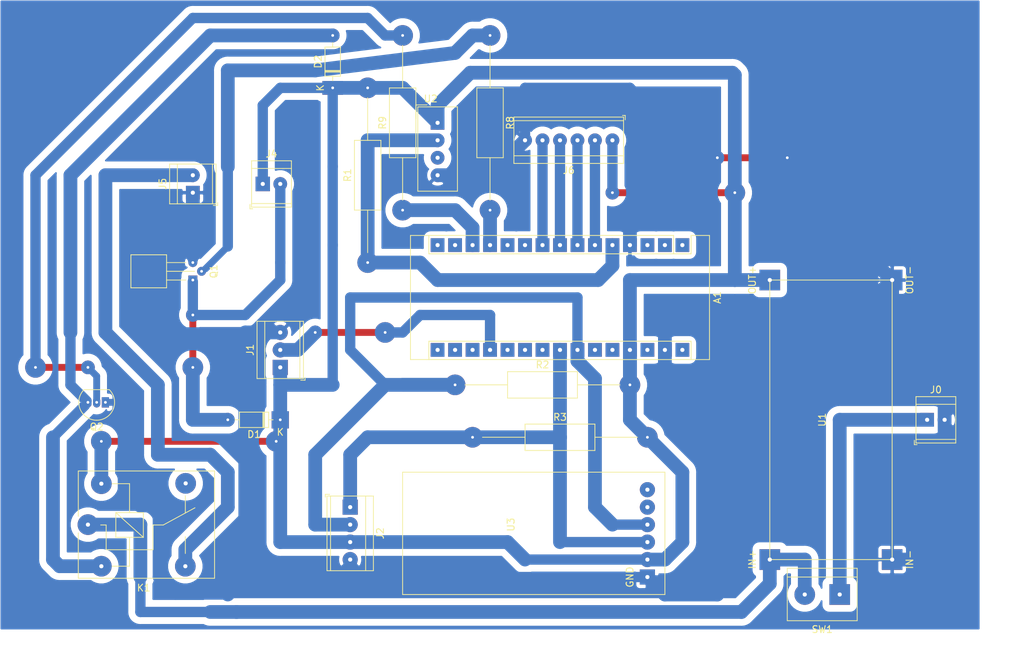
<source format=kicad_pcb>
(kicad_pcb (version 20171130) (host pcbnew "(5.1.8)-1")

  (general
    (thickness 1.6)
    (drawings 7)
    (tracks 194)
    (zones 0)
    (modules 21)
    (nets 41)
  )

  (page A4)
  (layers
    (0 F.Cu signal)
    (31 B.Cu signal)
    (32 B.Adhes user)
    (33 F.Adhes user)
    (34 B.Paste user)
    (35 F.Paste user)
    (36 B.SilkS user)
    (37 F.SilkS user)
    (38 B.Mask user)
    (39 F.Mask user)
    (40 Dwgs.User user)
    (41 Cmts.User user)
    (42 Eco1.User user)
    (43 Eco2.User user)
    (44 Edge.Cuts user)
    (45 Margin user)
    (46 B.CrtYd user)
    (47 F.CrtYd user)
    (48 B.Fab user)
    (49 F.Fab user)
  )

  (setup
    (last_trace_width 0.25)
    (user_trace_width 1)
    (user_trace_width 1.5)
    (user_trace_width 2)
    (trace_clearance 0.2)
    (zone_clearance 0.508)
    (zone_45_only no)
    (trace_min 0.2)
    (via_size 0.8)
    (via_drill 0.4)
    (via_min_size 0.4)
    (via_min_drill 0.3)
    (user_via 2 0.4)
    (user_via 3 0.4)
    (uvia_size 0.3)
    (uvia_drill 0.1)
    (uvias_allowed no)
    (uvia_min_size 0.2)
    (uvia_min_drill 0.1)
    (edge_width 0.05)
    (segment_width 0.2)
    (pcb_text_width 0.3)
    (pcb_text_size 1.5 1.5)
    (mod_edge_width 0.12)
    (mod_text_size 1 1)
    (mod_text_width 0.15)
    (pad_size 2 2)
    (pad_drill 0.4)
    (pad_to_mask_clearance 0)
    (aux_axis_origin 0 0)
    (visible_elements 7FFFFFFF)
    (pcbplotparams
      (layerselection 0x01020_7ffffffe)
      (usegerberextensions false)
      (usegerberattributes true)
      (usegerberadvancedattributes true)
      (creategerberjobfile true)
      (excludeedgelayer false)
      (linewidth 0.500000)
      (plotframeref false)
      (viasonmask true)
      (mode 1)
      (useauxorigin false)
      (hpglpennumber 1)
      (hpglpenspeed 20)
      (hpglpendiameter 15.000000)
      (psnegative false)
      (psa4output false)
      (plotreference true)
      (plotvalue true)
      (plotinvisibletext false)
      (padsonsilk true)
      (subtractmaskfromsilk false)
      (outputformat 4)
      (mirror false)
      (drillshape 2)
      (scaleselection 1)
      (outputdirectory ""))
  )

  (net 0 "")
  (net 1 "Net-(A1-Pad16)")
  (net 2 "Net-(A1-Pad15)")
  (net 3 "Net-(A1-Pad30)")
  (net 4 "Net-(A1-Pad14)")
  (net 5 GND)
  (net 6 LIGHT1)
  (net 7 "Net-(A1-Pad28)")
  (net 8 PUMP1)
  (net 9 +5V)
  (net 10 "Net-(A1-Pad11)")
  (net 11 "Net-(A1-Pad26)")
  (net 12 "Net-(A1-Pad10)")
  (net 13 "Net-(A1-Pad25)")
  (net 14 BLUE)
  (net 15 SCL)
  (net 16 YELLOW)
  (net 17 SDA)
  (net 18 RED)
  (net 19 "Net-(A1-Pad22)")
  (net 20 GREEN)
  (net 21 "Net-(A1-Pad21)")
  (net 22 "Net-(A1-Pad5)")
  (net 23 "Net-(A1-Pad20)")
  (net 24 "Net-(A1-Pad19)")
  (net 25 "Net-(A1-Pad3)")
  (net 26 "Net-(A1-Pad18)")
  (net 27 "Net-(A1-Pad2)")
  (net 28 "Net-(A1-Pad17)")
  (net 29 "Net-(A1-Pad1)")
  (net 30 "Net-(D1-Pad2)")
  (net 31 "Net-(D2-Pad2)")
  (net 32 "DC(+24V)")
  (net 33 "Net-(J5-Pad2)")
  (net 34 +24V)
  (net 35 "Net-(K1-Pad4)")
  (net 36 "Net-(Q1-Pad2)")
  (net 37 "Net-(Q2-Pad2)")
  (net 38 "Net-(U2-Pad3)")
  (net 39 "Net-(U3-Pad6)")
  (net 40 "Net-(U3-Pad5)")

  (net_class Default "Ceci est la Netclass par défaut."
    (clearance 0.2)
    (trace_width 0.25)
    (via_dia 0.8)
    (via_drill 0.4)
    (uvia_dia 0.3)
    (uvia_drill 0.1)
    (add_net +24V)
    (add_net +5V)
    (add_net BLUE)
    (add_net "DC(+24V)")
    (add_net GND)
    (add_net GREEN)
    (add_net LIGHT1)
    (add_net "Net-(A1-Pad1)")
    (add_net "Net-(A1-Pad10)")
    (add_net "Net-(A1-Pad11)")
    (add_net "Net-(A1-Pad14)")
    (add_net "Net-(A1-Pad15)")
    (add_net "Net-(A1-Pad16)")
    (add_net "Net-(A1-Pad17)")
    (add_net "Net-(A1-Pad18)")
    (add_net "Net-(A1-Pad19)")
    (add_net "Net-(A1-Pad2)")
    (add_net "Net-(A1-Pad20)")
    (add_net "Net-(A1-Pad21)")
    (add_net "Net-(A1-Pad22)")
    (add_net "Net-(A1-Pad25)")
    (add_net "Net-(A1-Pad26)")
    (add_net "Net-(A1-Pad28)")
    (add_net "Net-(A1-Pad3)")
    (add_net "Net-(A1-Pad30)")
    (add_net "Net-(A1-Pad5)")
    (add_net "Net-(D1-Pad2)")
    (add_net "Net-(D2-Pad2)")
    (add_net "Net-(J5-Pad2)")
    (add_net "Net-(K1-Pad4)")
    (add_net "Net-(Q1-Pad2)")
    (add_net "Net-(Q2-Pad2)")
    (add_net "Net-(U2-Pad3)")
    (add_net "Net-(U3-Pad5)")
    (add_net "Net-(U3-Pad6)")
    (add_net PUMP1)
    (add_net RED)
    (add_net SCL)
    (add_net SDA)
    (add_net YELLOW)
  )

  (module TerminalBlock_TE-Connectivity:TerminalBlock_TE_282834-2_1x02_P2.54mm_Horizontal (layer F.Cu) (tedit 66A2216A) (tstamp 669FD3D1)
    (at 101.6 66.04 90)
    (descr "Terminal Block TE 282834-2, 2 pins, pitch 2.54mm, size 5.54x6.5mm^2, drill diamater 1.1mm, pad diameter 2.1mm, see http://www.te.com/commerce/DocumentDelivery/DDEController?Action=showdoc&DocId=Customer+Drawing%7F282834%7FC1%7Fpdf%7FEnglish%7FENG_CD_282834_C1.pdf, script-generated using https://github.com/pointhi/kicad-footprint-generator/scripts/TerminalBlock_TE-Connectivity")
    (tags "THT Terminal Block TE 282834-2 pitch 2.54mm size 5.54x6.5mm^2 drill 1.1mm pad 2.1mm")
    (path /6628E99C)
    (fp_text reference J5 (at 1.27 -4.37 90) (layer F.SilkS)
      (effects (font (size 1 1) (thickness 0.15)))
    )
    (fp_text value LedRamp_Conn (at 1.27 4.37 90) (layer F.Fab)
      (effects (font (size 1 1) (thickness 0.15)))
    )
    (fp_line (start 4.54 -3.75) (end -2 -3.75) (layer F.CrtYd) (width 0.05))
    (fp_line (start 4.54 3.75) (end 4.54 -3.75) (layer F.CrtYd) (width 0.05))
    (fp_line (start -2 3.75) (end 4.54 3.75) (layer F.CrtYd) (width 0.05))
    (fp_line (start -2 -3.75) (end -2 3.75) (layer F.CrtYd) (width 0.05))
    (fp_line (start -1.86 3.61) (end -1.46 3.61) (layer F.SilkS) (width 0.12))
    (fp_line (start -1.86 2.97) (end -1.86 3.61) (layer F.SilkS) (width 0.12))
    (fp_line (start 3.241 -0.835) (end 1.706 0.7) (layer F.Fab) (width 0.1))
    (fp_line (start 3.375 -0.7) (end 1.84 0.835) (layer F.Fab) (width 0.1))
    (fp_line (start 0.701 -0.835) (end -0.835 0.7) (layer F.Fab) (width 0.1))
    (fp_line (start 0.835 -0.7) (end -0.701 0.835) (layer F.Fab) (width 0.1))
    (fp_line (start 4.16 -3.37) (end 4.16 3.37) (layer F.SilkS) (width 0.12))
    (fp_line (start -1.62 -3.37) (end -1.62 3.37) (layer F.SilkS) (width 0.12))
    (fp_line (start -1.62 3.37) (end 4.16 3.37) (layer F.SilkS) (width 0.12))
    (fp_line (start -1.62 -3.37) (end 4.16 -3.37) (layer F.SilkS) (width 0.12))
    (fp_line (start -1.62 -2.25) (end 4.16 -2.25) (layer F.SilkS) (width 0.12))
    (fp_line (start -1.5 -2.25) (end 4.04 -2.25) (layer F.Fab) (width 0.1))
    (fp_line (start -1.62 2.85) (end 4.16 2.85) (layer F.SilkS) (width 0.12))
    (fp_line (start -1.5 2.85) (end 4.04 2.85) (layer F.Fab) (width 0.1))
    (fp_line (start -1.5 2.85) (end -1.5 -3.25) (layer F.Fab) (width 0.1))
    (fp_line (start -1.1 3.25) (end -1.5 2.85) (layer F.Fab) (width 0.1))
    (fp_line (start 4.04 3.25) (end -1.1 3.25) (layer F.Fab) (width 0.1))
    (fp_line (start 4.04 -3.25) (end 4.04 3.25) (layer F.Fab) (width 0.1))
    (fp_line (start -1.5 -3.25) (end 4.04 -3.25) (layer F.Fab) (width 0.1))
    (fp_circle (center 2.54 0) (end 3.64 0) (layer F.Fab) (width 0.1))
    (fp_circle (center 0 0) (end 1.1 0) (layer F.Fab) (width 0.1))
    (fp_text user %R (at 1.27 2 90) (layer F.Fab)
      (effects (font (size 1 1) (thickness 0.15)))
    )
    (pad 2 thru_hole circle (at 2.54 0 90) (size 2 2) (drill 0.6) (layers *.Cu *.Mask)
      (net 33 "Net-(J5-Pad2)"))
    (pad 1 thru_hole rect (at 0 0 90) (size 2 2) (drill 0.6) (layers *.Cu *.Mask)
      (net 5 GND))
    (model ${KISYS3DMOD}/TerminalBlock_TE-Connectivity.3dshapes/TerminalBlock_TE_282834-2_1x02_P2.54mm_Horizontal.wrl
      (at (xyz 0 0 0))
      (scale (xyz 1 1 1))
      (rotate (xyz 0 0 0))
    )
  )

  (module Package_TO_SOT_THT:TO-92_Inline (layer F.Cu) (tedit 66A105E3) (tstamp 66A17429)
    (at 88.9 96.52 180)
    (descr "TO-92 leads in-line, narrow, oval pads, drill 0.75mm (see NXP sot054_po.pdf)")
    (tags "to-92 sc-43 sc-43a sot54 PA33 transistor")
    (path /6626596C)
    (fp_text reference Q2 (at 1.27 -3.56) (layer F.SilkS)
      (effects (font (size 1 1) (thickness 0.15)))
    )
    (fp_text value 2N2222A (at 1.27 2.79) (layer F.Fab)
      (effects (font (size 1 1) (thickness 0.15)))
    )
    (fp_line (start 4 2.01) (end -1.46 2.01) (layer F.CrtYd) (width 0.05))
    (fp_line (start 4 2.01) (end 4 -2.73) (layer F.CrtYd) (width 0.05))
    (fp_line (start -1.46 -2.73) (end -1.46 2.01) (layer F.CrtYd) (width 0.05))
    (fp_line (start -1.46 -2.73) (end 4 -2.73) (layer F.CrtYd) (width 0.05))
    (fp_line (start -0.5 1.75) (end 3 1.75) (layer F.Fab) (width 0.1))
    (fp_line (start -0.53 1.85) (end 3.07 1.85) (layer F.SilkS) (width 0.12))
    (fp_arc (start 1.27 0) (end 1.27 -2.6) (angle 135) (layer F.SilkS) (width 0.12))
    (fp_arc (start 1.27 0) (end 1.27 -2.48) (angle -135) (layer F.Fab) (width 0.1))
    (fp_arc (start 1.27 0) (end 1.27 -2.6) (angle -135) (layer F.SilkS) (width 0.12))
    (fp_arc (start 1.27 0) (end 1.27 -2.48) (angle 135) (layer F.Fab) (width 0.1))
    (fp_text user %R (at 1.27 0) (layer F.Fab)
      (effects (font (size 1 1) (thickness 0.15)))
    )
    (pad 1 thru_hole rect (at 0 0 180) (size 1.05 1.5) (drill 0.4) (layers *.Cu *.Mask)
      (net 5 GND))
    (pad 3 thru_hole oval (at 2.54 0 180) (size 1.05 1.5) (drill 0.4) (layers *.Cu *.Mask)
      (net 31 "Net-(D2-Pad2)"))
    (pad 2 thru_hole oval (at 1.27 0 180) (size 1.05 1.5) (drill 0.4) (layers *.Cu *.Mask)
      (net 37 "Net-(Q2-Pad2)"))
    (model ${KISYS3DMOD}/Package_TO_SOT_THT.3dshapes/TO-92_Inline.wrl
      (at (xyz 0 0 0))
      (scale (xyz 1 1 1))
      (rotate (xyz 0 0 0))
    )
  )

  (module Package_TO_SOT_THT:TO-92_Horizontal2 (layer F.Cu) (tedit 669FDDB8) (tstamp 669FD43C)
    (at 101.6 78.74 90)
    (descr "TO-92 horizontal, leads molded, narrow, drill 0.75mm (see NXP sot054_po.pdf)")
    (tags "to-92 sc-43 sc-43a sot54 PA33 transistor")
    (path /6623F0A1)
    (fp_text reference Q1 (at 1.25 3.05 90) (layer F.SilkS)
      (effects (font (size 1 1) (thickness 0.15)))
    )
    (fp_text value BC337 (at 1.14 -10.03 90) (layer F.Fab)
      (effects (font (size 1 1) (thickness 0.15)))
    )
    (fp_line (start 3.8 2.15) (end -1.3 2.15) (layer F.CrtYd) (width 0.05))
    (fp_line (start 3.8 2.15) (end 3.81 -9.14) (layer F.CrtYd) (width 0.05))
    (fp_line (start -1.27 -9.14) (end -1.3 2.15) (layer F.CrtYd) (width 0.05))
    (fp_line (start -1.27 -9.14) (end 3.81 -9.14) (layer F.CrtYd) (width 0.05))
    (fp_line (start -1.13 -9) (end -1.13 -3.81) (layer F.SilkS) (width 0.12))
    (fp_line (start 3.67 -9) (end -1.13 -9) (layer F.SilkS) (width 0.12))
    (fp_line (start 3.67 -3.81) (end 3.67 -9) (layer F.SilkS) (width 0.12))
    (fp_line (start -1.13 -3.81) (end 3.67 -3.81) (layer F.SilkS) (width 0.12))
    (fp_line (start 2.54 -1.02) (end 2.54 -3.81) (layer F.SilkS) (width 0.12))
    (fp_line (start 1.27 0.25) (end 1.27 -3.81) (layer F.SilkS) (width 0.12))
    (fp_line (start 0 -1.02) (end 0 -3.81) (layer F.SilkS) (width 0.12))
    (fp_line (start 3.56 -8.89) (end -1.02 -8.89) (layer F.Fab) (width 0.1))
    (fp_line (start 3.56 -3.94) (end 3.56 -8.89) (layer F.Fab) (width 0.1))
    (fp_line (start -1.02 -3.94) (end 3.56 -3.94) (layer F.Fab) (width 0.1))
    (fp_line (start -1.02 -8.89) (end -1.02 -3.94) (layer F.Fab) (width 0.1))
    (fp_line (start 0 -3.94) (end 0 -1.02) (layer F.Fab) (width 0.1))
    (fp_line (start 1.27 -3.94) (end 1.27 0.25) (layer F.Fab) (width 0.1))
    (fp_line (start 2.54 -3.94) (end 2.54 -1.02) (layer F.Fab) (width 0.1))
    (fp_text user %R (at 1.27 -6.25 90) (layer F.Fab)
      (effects (font (size 1 1) (thickness 0.15)))
    )
    (pad 1 thru_hole rect (at 0 0) (size 1.3 1.3) (drill 0.4) (layers *.Cu *.Mask)
      (net 30 "Net-(D1-Pad2)"))
    (pad 3 thru_hole circle (at 2.54 0) (size 1.3 1.3) (drill 0.4) (layers *.Cu *.Mask)
      (net 5 GND))
    (pad 2 thru_hole circle (at 1.27 1.27) (size 1.3 1.3) (drill 0.4) (layers *.Cu *.Mask)
      (net 36 "Net-(Q1-Pad2)"))
    (model ${KISYS3DMOD}/Package_TO_SOT_THT.3dshapes/TO-92_Horizontal2.wrl
      (at (xyz 0 0 0))
      (scale (xyz 1 1 1))
      (rotate (xyz 0 0 0))
    )
  )

  (module MyFootprint:DS3231_Mike (layer F.Cu) (tedit 66A22044) (tstamp 669FD50D)
    (at 175.26 114.3 90)
    (path /664E1407)
    (fp_text reference U3 (at 0 -27.44 90) (layer F.SilkS)
      (effects (font (size 1 1) (thickness 0.15)))
    )
    (fp_text value DS3231 (at 0 -28.44 90) (layer F.Fab)
      (effects (font (size 1 1) (thickness 0.15)))
    )
    (fp_line (start -10.16 -43.18) (end -10.16 -5.08) (layer F.SilkS) (width 0.12))
    (fp_line (start 7.62 -43.18) (end -10.16 -43.18) (layer F.SilkS) (width 0.12))
    (fp_line (start 7.62 -5.08) (end 7.62 -43.18) (layer F.SilkS) (width 0.12))
    (fp_line (start -10.16 -5.08) (end 7.62 -5.08) (layer F.SilkS) (width 0.12))
    (fp_text user GND (at -7.62 -10.16 90) (layer F.SilkS)
      (effects (font (size 1 1) (thickness 0.15)))
    )
    (pad 6 thru_hole circle (at 5.08 -7.62 90) (size 2.2 2.2) (drill 0.6) (layers *.Cu *.Mask)
      (net 39 "Net-(U3-Pad6)"))
    (pad 5 thru_hole circle (at 2.54 -7.62 90) (size 2.2 2.2) (drill 0.6) (layers *.Cu *.Mask)
      (net 40 "Net-(U3-Pad5)"))
    (pad 4 thru_hole circle (at 0 -7.62 90) (size 2.2 2.2) (drill 0.6) (layers *.Cu *.Mask)
      (net 15 SCL))
    (pad 3 thru_hole circle (at -2.54 -7.62 90) (size 2.2 2.2) (drill 0.6) (layers *.Cu *.Mask)
      (net 17 SDA))
    (pad 2 thru_hole circle (at -5.08 -7.62 90) (size 2.2 2.2) (drill 0.6) (layers *.Cu *.Mask)
      (net 9 +5V))
    (pad 1 thru_hole rect (at -7.62 -7.62 90) (size 2.2 2.2) (drill 0.6) (layers *.Cu *.Mask)
      (net 5 GND))
  )

  (module Sensor:Aosong_DHT11_5.5x12.0_P2.54mm (layer F.Cu) (tedit 66A21FB1) (tstamp 669FD4FE)
    (at 137.16 55.88)
    (descr "Temperature and humidity module, http://akizukidenshi.com/download/ds/aosong/DHT11.pdf")
    (tags "Temperature and humidity module")
    (path /661C8DE6)
    (fp_text reference U2 (at -1 -3.5) (layer F.SilkS)
      (effects (font (size 1 1) (thickness 0.15)))
    )
    (fp_text value DHT11 (at 0 11.3) (layer F.Fab)
      (effects (font (size 1 1) (thickness 0.15)))
    )
    (fp_line (start -3.16 -2.6) (end -1.55 -2.6) (layer F.SilkS) (width 0.12))
    (fp_line (start -3.16 -2.6) (end -3.16 -0.6) (layer F.SilkS) (width 0.12))
    (fp_line (start -2.75 -1.19) (end -1.75 -2.19) (layer F.Fab) (width 0.1))
    (fp_line (start -3 10.06) (end -3 -2.44) (layer F.CrtYd) (width 0.05))
    (fp_line (start 3 10.06) (end -3 10.06) (layer F.CrtYd) (width 0.05))
    (fp_line (start 3 -2.44) (end 3 10.06) (layer F.CrtYd) (width 0.05))
    (fp_line (start -3 -2.44) (end 3 -2.44) (layer F.CrtYd) (width 0.05))
    (fp_line (start -2.88 9.94) (end -2.88 -2.31) (layer F.SilkS) (width 0.12))
    (fp_line (start 2.88 9.94) (end -2.88 9.94) (layer F.SilkS) (width 0.12))
    (fp_line (start 2.88 -2.32) (end 2.88 9.94) (layer F.SilkS) (width 0.12))
    (fp_line (start -2.87 -2.32) (end 2.87 -2.32) (layer F.SilkS) (width 0.12))
    (fp_line (start -2.75 -1.19) (end -2.75 9.81) (layer F.Fab) (width 0.1))
    (fp_line (start 2.75 9.81) (end -2.75 9.81) (layer F.Fab) (width 0.1))
    (fp_line (start 2.75 -2.19) (end 2.75 9.81) (layer F.Fab) (width 0.1))
    (fp_line (start -1.75 -2.19) (end 2.75 -2.19) (layer F.Fab) (width 0.1))
    (fp_text user %R (at 0 3.81) (layer F.Fab)
      (effects (font (size 1 1) (thickness 0.15)))
    )
    (pad 4 thru_hole circle (at 0 7.62) (size 2 2) (drill 0.6) (layers *.Cu *.Mask)
      (net 5 GND))
    (pad 3 thru_hole circle (at 0 5.08) (size 2 2) (drill 0.6) (layers *.Cu *.Mask)
      (net 38 "Net-(U2-Pad3)"))
    (pad 2 thru_hole circle (at 0 2.54) (size 2 2) (drill 0.6) (layers *.Cu *.Mask)
      (net 22 "Net-(A1-Pad5)"))
    (pad 1 thru_hole rect (at 0 0) (size 2 2) (drill 0.6) (layers *.Cu *.Mask)
      (net 9 +5V))
    (model ${KISYS3DMOD}/Sensor.3dshapes/Aosong_DHT11_5.5x12.0_P2.54mm.wrl
      (at (xyz 0 0 0))
      (scale (xyz 1 1 1))
      (rotate (xyz 0 0 0))
    )
  )

  (module MyFootprint:Conv24DCtoDC (layer F.Cu) (tedit 66A2204C) (tstamp 669FD4E6)
    (at 203.2 109.22 90)
    (path /664BB731)
    (fp_text reference U1 (at 10.16 -10.16 90) (layer F.SilkS)
      (effects (font (size 1 1) (thickness 0.15)))
    )
    (fp_text value "24V to 5V" (at 10.16 -8.12 90) (layer F.Fab)
      (effects (font (size 1 1) (thickness 0.15)))
    )
    (fp_line (start -10.16 0) (end -10.16 -17.78) (layer F.SilkS) (width 0.12))
    (fp_line (start 30.48 0) (end -10.16 0) (layer F.SilkS) (width 0.12))
    (fp_line (start 30.48 -17.78) (end 30.48 0) (layer F.SilkS) (width 0.12))
    (fp_line (start -10.16 -17.78) (end 30.48 -17.78) (layer F.SilkS) (width 0.12))
    (fp_text user OUT- (at 30.48 2.54 90) (layer F.SilkS)
      (effects (font (size 1 1) (thickness 0.15)))
    )
    (fp_text user OUT+ (at 30.48 -20.32 90) (layer F.SilkS)
      (effects (font (size 1 1) (thickness 0.15)))
    )
    (fp_text user IN- (at -10.16 2.54 90) (layer F.SilkS)
      (effects (font (size 1 1) (thickness 0.15)))
    )
    (fp_text user IN+ (at -10.16 -20.32 90) (layer F.SilkS)
      (effects (font (size 1 1) (thickness 0.15)))
    )
    (pad 4 thru_hole rect (at 30.48 0 90) (size 3 3) (drill 0.6) (layers *.Cu *.Mask)
      (net 5 GND))
    (pad 3 thru_hole rect (at 30.48 -17.78 90) (size 3 3) (drill 0.6) (layers *.Cu *.Mask)
      (net 9 +5V))
    (pad 2 thru_hole rect (at -10.16 0 90) (size 3 3) (drill 0.6) (layers *.Cu *.Mask)
      (net 5 GND))
    (pad 1 thru_hole rect (at -10.16 -17.78 90) (size 3 3) (drill 0.6) (layers *.Cu *.Mask)
      (net 34 +24V))
  )

  (module TerminalBlock:TerminalBlock_bornier-2_P5.08mm (layer F.Cu) (tedit 66A220A7) (tstamp 669FD4D6)
    (at 195.58 124.46 180)
    (descr "simple 2-pin terminal block, pitch 5.08mm, revamped version of bornier2")
    (tags "terminal block bornier2")
    (path /6621C1AE)
    (fp_text reference SW1 (at 2.54 -5.08) (layer F.SilkS)
      (effects (font (size 1 1) (thickness 0.15)))
    )
    (fp_text value SW_Power (at 2.54 5.08) (layer F.Fab)
      (effects (font (size 1 1) (thickness 0.15)))
    )
    (fp_line (start 7.79 4) (end -2.71 4) (layer F.CrtYd) (width 0.05))
    (fp_line (start 7.79 4) (end 7.79 -4) (layer F.CrtYd) (width 0.05))
    (fp_line (start -2.71 -4) (end -2.71 4) (layer F.CrtYd) (width 0.05))
    (fp_line (start -2.71 -4) (end 7.79 -4) (layer F.CrtYd) (width 0.05))
    (fp_line (start -2.54 3.81) (end 7.62 3.81) (layer F.SilkS) (width 0.12))
    (fp_line (start -2.54 -3.81) (end -2.54 3.81) (layer F.SilkS) (width 0.12))
    (fp_line (start 7.62 -3.81) (end -2.54 -3.81) (layer F.SilkS) (width 0.12))
    (fp_line (start 7.62 3.81) (end 7.62 -3.81) (layer F.SilkS) (width 0.12))
    (fp_line (start 7.62 2.54) (end -2.54 2.54) (layer F.SilkS) (width 0.12))
    (fp_line (start 7.54 -3.75) (end -2.46 -3.75) (layer F.Fab) (width 0.1))
    (fp_line (start 7.54 3.75) (end 7.54 -3.75) (layer F.Fab) (width 0.1))
    (fp_line (start -2.46 3.75) (end 7.54 3.75) (layer F.Fab) (width 0.1))
    (fp_line (start -2.46 -3.75) (end -2.46 3.75) (layer F.Fab) (width 0.1))
    (fp_line (start -2.41 2.55) (end 7.49 2.55) (layer F.Fab) (width 0.1))
    (fp_text user %R (at 2.54 0) (layer F.Fab)
      (effects (font (size 1 1) (thickness 0.15)))
    )
    (pad 2 thru_hole circle (at 5.08 0 180) (size 3 3) (drill 0.6) (layers *.Cu *.Mask)
      (net 34 +24V))
    (pad 1 thru_hole rect (at 0 0 180) (size 3 3) (drill 0.6) (layers *.Cu *.Mask)
      (net 32 "DC(+24V)"))
    (model ${KISYS3DMOD}/TerminalBlock.3dshapes/TerminalBlock_bornier-2_P5.08mm.wrl
      (offset (xyz 2.539999961853027 0 0))
      (scale (xyz 1 1 1))
      (rotate (xyz 0 0 0))
    )
  )

  (module Resistor_THT:R_Axial_DIN0411_L9.9mm_D3.6mm_P25.40mm_Horizontal (layer F.Cu) (tedit 66A109A6) (tstamp 669FD4C1)
    (at 132.08 68.58 90)
    (descr "Resistor, Axial_DIN0411 series, Axial, Horizontal, pin pitch=25.4mm, 1W, length*diameter=9.9*3.6mm^2")
    (tags "Resistor Axial_DIN0411 series Axial Horizontal pin pitch 25.4mm 1W length 9.9mm diameter 3.6mm")
    (path /6626A3BA)
    (fp_text reference R9 (at 12.7 -2.92 90) (layer F.SilkS)
      (effects (font (size 1 1) (thickness 0.15)))
    )
    (fp_text value 1K (at 12.7 2.92 90) (layer F.Fab)
      (effects (font (size 1 1) (thickness 0.15)))
    )
    (fp_line (start 26.85 -2.05) (end -1.45 -2.05) (layer F.CrtYd) (width 0.05))
    (fp_line (start 26.85 2.05) (end 26.85 -2.05) (layer F.CrtYd) (width 0.05))
    (fp_line (start -1.45 2.05) (end 26.85 2.05) (layer F.CrtYd) (width 0.05))
    (fp_line (start -1.45 -2.05) (end -1.45 2.05) (layer F.CrtYd) (width 0.05))
    (fp_line (start 23.96 0) (end 17.77 0) (layer F.SilkS) (width 0.12))
    (fp_line (start 1.44 0) (end 7.63 0) (layer F.SilkS) (width 0.12))
    (fp_line (start 17.77 -1.92) (end 7.63 -1.92) (layer F.SilkS) (width 0.12))
    (fp_line (start 17.77 1.92) (end 17.77 -1.92) (layer F.SilkS) (width 0.12))
    (fp_line (start 7.63 1.92) (end 17.77 1.92) (layer F.SilkS) (width 0.12))
    (fp_line (start 7.63 -1.92) (end 7.63 1.92) (layer F.SilkS) (width 0.12))
    (fp_line (start 25.4 0) (end 17.65 0) (layer F.Fab) (width 0.1))
    (fp_line (start 0 0) (end 7.75 0) (layer F.Fab) (width 0.1))
    (fp_line (start 17.65 -1.8) (end 7.75 -1.8) (layer F.Fab) (width 0.1))
    (fp_line (start 17.65 1.8) (end 17.65 -1.8) (layer F.Fab) (width 0.1))
    (fp_line (start 7.75 1.8) (end 17.65 1.8) (layer F.Fab) (width 0.1))
    (fp_line (start 7.75 -1.8) (end 7.75 1.8) (layer F.Fab) (width 0.1))
    (fp_text user %R (at 12.7 0 90) (layer F.Fab)
      (effects (font (size 1 1) (thickness 0.15)))
    )
    (pad 2 thru_hole circle (at 25.4 0 90) (size 3 3) (drill 0.4) (layers *.Cu *.Mask)
      (net 37 "Net-(Q2-Pad2)"))
    (pad 1 thru_hole circle (at 0 0 90) (size 3 3) (drill 0.4) (layers *.Cu *.Mask)
      (net 6 LIGHT1))
    (model ${KISYS3DMOD}/Resistor_THT.3dshapes/R_Axial_DIN0411_L9.9mm_D3.6mm_P25.40mm_Horizontal.wrl
      (at (xyz 0 0 0))
      (scale (xyz 1 1 1))
      (rotate (xyz 0 0 0))
    )
  )

  (module Resistor_THT:R_Axial_DIN0411_L9.9mm_D3.6mm_P25.40mm_Horizontal (layer F.Cu) (tedit 669FDF5F) (tstamp 669FD4AA)
    (at 144.78 43.18 270)
    (descr "Resistor, Axial_DIN0411 series, Axial, Horizontal, pin pitch=25.4mm, 1W, length*diameter=9.9*3.6mm^2")
    (tags "Resistor Axial_DIN0411 series Axial Horizontal pin pitch 25.4mm 1W length 9.9mm diameter 3.6mm")
    (path /6624F639)
    (fp_text reference R8 (at 12.7 -2.92 90) (layer F.SilkS)
      (effects (font (size 1 1) (thickness 0.15)))
    )
    (fp_text value 330R (at 12.7 2.92 90) (layer F.Fab)
      (effects (font (size 1 1) (thickness 0.15)))
    )
    (fp_line (start 26.85 -2.05) (end -1.45 -2.05) (layer F.CrtYd) (width 0.05))
    (fp_line (start 26.85 2.05) (end 26.85 -2.05) (layer F.CrtYd) (width 0.05))
    (fp_line (start -1.45 2.05) (end 26.85 2.05) (layer F.CrtYd) (width 0.05))
    (fp_line (start -1.45 -2.05) (end -1.45 2.05) (layer F.CrtYd) (width 0.05))
    (fp_line (start 23.96 0) (end 17.77 0) (layer F.SilkS) (width 0.12))
    (fp_line (start 1.44 0) (end 7.63 0) (layer F.SilkS) (width 0.12))
    (fp_line (start 17.77 -1.92) (end 7.63 -1.92) (layer F.SilkS) (width 0.12))
    (fp_line (start 17.77 1.92) (end 17.77 -1.92) (layer F.SilkS) (width 0.12))
    (fp_line (start 7.63 1.92) (end 17.77 1.92) (layer F.SilkS) (width 0.12))
    (fp_line (start 7.63 -1.92) (end 7.63 1.92) (layer F.SilkS) (width 0.12))
    (fp_line (start 25.4 0) (end 17.65 0) (layer F.Fab) (width 0.1))
    (fp_line (start 0 0) (end 7.75 0) (layer F.Fab) (width 0.1))
    (fp_line (start 17.65 -1.8) (end 7.75 -1.8) (layer F.Fab) (width 0.1))
    (fp_line (start 17.65 1.8) (end 17.65 -1.8) (layer F.Fab) (width 0.1))
    (fp_line (start 7.75 1.8) (end 17.65 1.8) (layer F.Fab) (width 0.1))
    (fp_line (start 7.75 -1.8) (end 7.75 1.8) (layer F.Fab) (width 0.1))
    (fp_text user %R (at 12.7 0 90) (layer F.Fab)
      (effects (font (size 1 1) (thickness 0.15)))
    )
    (pad 2 thru_hole circle (at 25.4 0 270) (size 3 3) (drill 0.4) (layers *.Cu *.Mask)
      (net 8 PUMP1))
    (pad 1 thru_hole circle (at 0 0 270) (size 3 3) (drill 0.4) (layers *.Cu *.Mask)
      (net 36 "Net-(Q1-Pad2)"))
    (model ${KISYS3DMOD}/Resistor_THT.3dshapes/R_Axial_DIN0411_L9.9mm_D3.6mm_P25.40mm_Horizontal.wrl
      (at (xyz 0 0 0))
      (scale (xyz 1 1 1))
      (rotate (xyz 0 0 0))
    )
  )

  (module Resistor_THT:R_Axial_DIN0411_L9.9mm_D3.6mm_P25.40mm_Horizontal (layer F.Cu) (tedit 5AE5139B) (tstamp 669FD493)
    (at 142.24 101.6)
    (descr "Resistor, Axial_DIN0411 series, Axial, Horizontal, pin pitch=25.4mm, 1W, length*diameter=9.9*3.6mm^2")
    (tags "Resistor Axial_DIN0411 series Axial Horizontal pin pitch 25.4mm 1W length 9.9mm diameter 3.6mm")
    (path /661D08A3)
    (fp_text reference R3 (at 12.7 -2.92) (layer F.SilkS)
      (effects (font (size 1 1) (thickness 0.15)))
    )
    (fp_text value 10K (at 12.7 2.92) (layer F.Fab)
      (effects (font (size 1 1) (thickness 0.15)))
    )
    (fp_line (start 26.85 -2.05) (end -1.45 -2.05) (layer F.CrtYd) (width 0.05))
    (fp_line (start 26.85 2.05) (end 26.85 -2.05) (layer F.CrtYd) (width 0.05))
    (fp_line (start -1.45 2.05) (end 26.85 2.05) (layer F.CrtYd) (width 0.05))
    (fp_line (start -1.45 -2.05) (end -1.45 2.05) (layer F.CrtYd) (width 0.05))
    (fp_line (start 23.96 0) (end 17.77 0) (layer F.SilkS) (width 0.12))
    (fp_line (start 1.44 0) (end 7.63 0) (layer F.SilkS) (width 0.12))
    (fp_line (start 17.77 -1.92) (end 7.63 -1.92) (layer F.SilkS) (width 0.12))
    (fp_line (start 17.77 1.92) (end 17.77 -1.92) (layer F.SilkS) (width 0.12))
    (fp_line (start 7.63 1.92) (end 17.77 1.92) (layer F.SilkS) (width 0.12))
    (fp_line (start 7.63 -1.92) (end 7.63 1.92) (layer F.SilkS) (width 0.12))
    (fp_line (start 25.4 0) (end 17.65 0) (layer F.Fab) (width 0.1))
    (fp_line (start 0 0) (end 7.75 0) (layer F.Fab) (width 0.1))
    (fp_line (start 17.65 -1.8) (end 7.75 -1.8) (layer F.Fab) (width 0.1))
    (fp_line (start 17.65 1.8) (end 17.65 -1.8) (layer F.Fab) (width 0.1))
    (fp_line (start 7.75 1.8) (end 17.65 1.8) (layer F.Fab) (width 0.1))
    (fp_line (start 7.75 -1.8) (end 7.75 1.8) (layer F.Fab) (width 0.1))
    (fp_text user %R (at 12.7 0) (layer F.Fab)
      (effects (font (size 1 1) (thickness 0.15)))
    )
    (pad 2 thru_hole circle (at 25.4 0) (size 3 3) (drill 0.4) (layers *.Cu *.Mask)
      (net 9 +5V))
    (pad 1 thru_hole circle (at 0 0) (size 3 3) (drill 0.4) (layers *.Cu *.Mask)
      (net 17 SDA))
    (model ${KISYS3DMOD}/Resistor_THT.3dshapes/R_Axial_DIN0411_L9.9mm_D3.6mm_P25.40mm_Horizontal.wrl
      (at (xyz 0 0 0))
      (scale (xyz 1 1 1))
      (rotate (xyz 0 0 0))
    )
  )

  (module Resistor_THT:R_Axial_DIN0411_L9.9mm_D3.6mm_P25.40mm_Horizontal (layer F.Cu) (tedit 669FD626) (tstamp 669FD47C)
    (at 139.7 93.98)
    (descr "Resistor, Axial_DIN0411 series, Axial, Horizontal, pin pitch=25.4mm, 1W, length*diameter=9.9*3.6mm^2")
    (tags "Resistor Axial_DIN0411 series Axial Horizontal pin pitch 25.4mm 1W length 9.9mm diameter 3.6mm")
    (path /661D2404)
    (fp_text reference R2 (at 12.7 -2.92) (layer F.SilkS)
      (effects (font (size 1 1) (thickness 0.15)))
    )
    (fp_text value 10K (at 12.7 2.92) (layer F.Fab)
      (effects (font (size 1 1) (thickness 0.15)))
    )
    (fp_line (start 26.85 -2.05) (end -1.45 -2.05) (layer F.CrtYd) (width 0.05))
    (fp_line (start 26.85 2.05) (end 26.85 -2.05) (layer F.CrtYd) (width 0.05))
    (fp_line (start -1.45 2.05) (end 26.85 2.05) (layer F.CrtYd) (width 0.05))
    (fp_line (start -1.45 -2.05) (end -1.45 2.05) (layer F.CrtYd) (width 0.05))
    (fp_line (start 23.96 0) (end 17.77 0) (layer F.SilkS) (width 0.12))
    (fp_line (start 1.44 0) (end 7.63 0) (layer F.SilkS) (width 0.12))
    (fp_line (start 17.77 -1.92) (end 7.63 -1.92) (layer F.SilkS) (width 0.12))
    (fp_line (start 17.77 1.92) (end 17.77 -1.92) (layer F.SilkS) (width 0.12))
    (fp_line (start 7.63 1.92) (end 17.77 1.92) (layer F.SilkS) (width 0.12))
    (fp_line (start 7.63 -1.92) (end 7.63 1.92) (layer F.SilkS) (width 0.12))
    (fp_line (start 25.4 0) (end 17.65 0) (layer F.Fab) (width 0.1))
    (fp_line (start 0 0) (end 7.75 0) (layer F.Fab) (width 0.1))
    (fp_line (start 17.65 -1.8) (end 7.75 -1.8) (layer F.Fab) (width 0.1))
    (fp_line (start 17.65 1.8) (end 17.65 -1.8) (layer F.Fab) (width 0.1))
    (fp_line (start 7.75 1.8) (end 17.65 1.8) (layer F.Fab) (width 0.1))
    (fp_line (start 7.75 -1.8) (end 7.75 1.8) (layer F.Fab) (width 0.1))
    (fp_text user %R (at 12.7 0) (layer F.Fab)
      (effects (font (size 1 1) (thickness 0.15)))
    )
    (pad 2 thru_hole circle (at 25.4 0) (size 3 3) (drill 0.4) (layers *.Cu *.Mask)
      (net 9 +5V))
    (pad 1 thru_hole circle (at 0 0) (size 3 3) (drill 0.4) (layers *.Cu *.Mask)
      (net 15 SCL))
    (model ${KISYS3DMOD}/Resistor_THT.3dshapes/R_Axial_DIN0411_L9.9mm_D3.6mm_P25.40mm_Horizontal.wrl
      (at (xyz 0 0 0))
      (scale (xyz 1 1 1))
      (rotate (xyz 0 0 0))
    )
  )

  (module Resistor_THT:R_Axial_DIN0411_L9.9mm_D3.6mm_P25.40mm_Horizontal (layer F.Cu) (tedit 66A109B1) (tstamp 669FD465)
    (at 127 76.2 90)
    (descr "Resistor, Axial_DIN0411 series, Axial, Horizontal, pin pitch=25.4mm, 1W, length*diameter=9.9*3.6mm^2")
    (tags "Resistor Axial_DIN0411 series Axial Horizontal pin pitch 25.4mm 1W length 9.9mm diameter 3.6mm")
    (path /661CB212)
    (fp_text reference R1 (at 12.7 -2.92 90) (layer F.SilkS)
      (effects (font (size 1 1) (thickness 0.15)))
    )
    (fp_text value 1K (at 12.7 2.92 90) (layer F.Fab)
      (effects (font (size 1 1) (thickness 0.15)))
    )
    (fp_line (start 26.85 -2.05) (end -1.45 -2.05) (layer F.CrtYd) (width 0.05))
    (fp_line (start 26.85 2.05) (end 26.85 -2.05) (layer F.CrtYd) (width 0.05))
    (fp_line (start -1.45 2.05) (end 26.85 2.05) (layer F.CrtYd) (width 0.05))
    (fp_line (start -1.45 -2.05) (end -1.45 2.05) (layer F.CrtYd) (width 0.05))
    (fp_line (start 23.96 0) (end 17.77 0) (layer F.SilkS) (width 0.12))
    (fp_line (start 1.44 0) (end 7.63 0) (layer F.SilkS) (width 0.12))
    (fp_line (start 17.77 -1.92) (end 7.63 -1.92) (layer F.SilkS) (width 0.12))
    (fp_line (start 17.77 1.92) (end 17.77 -1.92) (layer F.SilkS) (width 0.12))
    (fp_line (start 7.63 1.92) (end 17.77 1.92) (layer F.SilkS) (width 0.12))
    (fp_line (start 7.63 -1.92) (end 7.63 1.92) (layer F.SilkS) (width 0.12))
    (fp_line (start 25.4 0) (end 17.65 0) (layer F.Fab) (width 0.1))
    (fp_line (start 0 0) (end 7.75 0) (layer F.Fab) (width 0.1))
    (fp_line (start 17.65 -1.8) (end 7.75 -1.8) (layer F.Fab) (width 0.1))
    (fp_line (start 17.65 1.8) (end 17.65 -1.8) (layer F.Fab) (width 0.1))
    (fp_line (start 7.75 1.8) (end 17.65 1.8) (layer F.Fab) (width 0.1))
    (fp_line (start 7.75 -1.8) (end 7.75 1.8) (layer F.Fab) (width 0.1))
    (fp_text user %R (at 12.7 0 90) (layer F.Fab)
      (effects (font (size 1 1) (thickness 0.15)))
    )
    (pad 2 thru_hole circle (at 25.4 0 90) (size 3 3) (drill 0.4) (layers *.Cu *.Mask)
      (net 9 +5V))
    (pad 1 thru_hole circle (at 0 0 90) (size 3 3) (drill 0.4) (layers *.Cu *.Mask)
      (net 22 "Net-(A1-Pad5)"))
    (model ${KISYS3DMOD}/Resistor_THT.3dshapes/R_Axial_DIN0411_L9.9mm_D3.6mm_P25.40mm_Horizontal.wrl
      (at (xyz 0 0 0))
      (scale (xyz 1 1 1))
      (rotate (xyz 0 0 0))
    )
  )

  (module Relay_THT:Relay_SPDT_SANYOU_SRD_Series_Form_C (layer F.Cu) (tedit 66A220E7) (tstamp 669FD42A)
    (at 86.36 114.3)
    (descr "relay Sanyou SRD series Form C http://www.sanyourelay.ca/public/products/pdf/SRD.pdf")
    (tags "relay Sanyu SRD form C")
    (path /662AA3AE)
    (fp_text reference K1 (at 8.1 9.2) (layer F.SilkS)
      (effects (font (size 1 1) (thickness 0.15)))
    )
    (fp_text value SANYOU_SRD_Form_C (at 8 -9.6) (layer F.Fab)
      (effects (font (size 1 1) (thickness 0.15)))
    )
    (fp_line (start 8.05 1.85) (end 4.05 1.85) (layer F.SilkS) (width 0.12))
    (fp_line (start 8.05 -1.75) (end 8.05 1.85) (layer F.SilkS) (width 0.12))
    (fp_line (start 4.05 -1.75) (end 8.05 -1.75) (layer F.SilkS) (width 0.12))
    (fp_line (start 4.05 1.85) (end 4.05 -1.75) (layer F.SilkS) (width 0.12))
    (fp_line (start 8.05 1.85) (end 4.05 -1.75) (layer F.SilkS) (width 0.12))
    (fp_line (start 6.05 1.85) (end 6.05 6.05) (layer F.SilkS) (width 0.12))
    (fp_line (start 6.05 -5.95) (end 6.05 -1.75) (layer F.SilkS) (width 0.12))
    (fp_line (start 2.65 0.05) (end 2.65 3.65) (layer F.SilkS) (width 0.12))
    (fp_line (start 9.45 0.05) (end 9.45 3.65) (layer F.SilkS) (width 0.12))
    (fp_line (start 9.45 3.65) (end 2.65 3.65) (layer F.SilkS) (width 0.12))
    (fp_line (start 10.95 0.05) (end 15.55 -2.45) (layer F.SilkS) (width 0.12))
    (fp_line (start 9.45 0.05) (end 10.95 0.05) (layer F.SilkS) (width 0.12))
    (fp_line (start 6.05 -5.95) (end 3.55 -5.95) (layer F.SilkS) (width 0.12))
    (fp_line (start 2.65 0.05) (end 1.85 0.05) (layer F.SilkS) (width 0.12))
    (fp_line (start 3.55 6.05) (end 6.05 6.05) (layer F.SilkS) (width 0.12))
    (fp_line (start 14.15 -4.2) (end 14.15 -1.7) (layer F.SilkS) (width 0.12))
    (fp_line (start 14.15 4.2) (end 14.15 1.75) (layer F.SilkS) (width 0.12))
    (fp_line (start -1.55 7.95) (end 18.55 7.95) (layer F.CrtYd) (width 0.05))
    (fp_line (start 18.55 -7.95) (end 18.55 7.95) (layer F.CrtYd) (width 0.05))
    (fp_line (start -1.55 7.95) (end -1.55 -7.95) (layer F.CrtYd) (width 0.05))
    (fp_line (start 18.55 -7.95) (end -1.55 -7.95) (layer F.CrtYd) (width 0.05))
    (fp_line (start -1.3 7.7) (end -1.3 -7.7) (layer F.Fab) (width 0.12))
    (fp_line (start 18.3 7.7) (end -1.3 7.7) (layer F.Fab) (width 0.12))
    (fp_line (start 18.3 -7.7) (end 18.3 7.7) (layer F.Fab) (width 0.12))
    (fp_line (start -1.3 -7.7) (end 18.3 -7.7) (layer F.Fab) (width 0.12))
    (fp_line (start 18.4 7.8) (end -1.4 7.8) (layer F.SilkS) (width 0.12))
    (fp_line (start 18.4 -7.8) (end 18.4 7.8) (layer F.SilkS) (width 0.12))
    (fp_line (start -1.4 -7.8) (end 18.4 -7.8) (layer F.SilkS) (width 0.12))
    (fp_line (start -1.4 -7.8) (end -1.4 -1.2) (layer F.SilkS) (width 0.12))
    (fp_line (start -1.4 1.2) (end -1.4 7.8) (layer F.SilkS) (width 0.12))
    (fp_text user %R (at 7.1 0.025) (layer F.Fab)
      (effects (font (size 1 1) (thickness 0.15)))
    )
    (fp_text user 1 (at 0 -2.3) (layer F.Fab)
      (effects (font (size 1 1) (thickness 0.15)))
    )
    (pad 1 thru_hole circle (at 0 0 90) (size 3 3) (drill 0.6) (layers *.Cu *.Mask)
      (net 34 +24V))
    (pad 5 thru_hole circle (at 1.95 -5.95 90) (size 3 3) (drill 0.6) (layers *.Cu *.Mask)
      (net 9 +5V))
    (pad 4 thru_hole circle (at 14.2 -6 90) (size 3 3) (drill 0.6) (layers *.Cu *.Mask)
      (net 35 "Net-(K1-Pad4)"))
    (pad 3 thru_hole circle (at 14.15 6.05 90) (size 3 3) (drill 0.6) (layers *.Cu *.Mask)
      (net 33 "Net-(J5-Pad2)"))
    (pad 2 thru_hole circle (at 1.95 6.05 90) (size 3 3) (drill 0.6) (layers *.Cu *.Mask)
      (net 31 "Net-(D2-Pad2)"))
    (model ${KISYS3DMOD}/Relay_THT.3dshapes/Relay_SPDT_SANYOU_SRD_Series_Form_C.wrl
      (at (xyz 0 0 0))
      (scale (xyz 1 1 1))
      (rotate (xyz 0 0 0))
    )
  )

  (module TerminalBlock_TE-Connectivity:TerminalBlock_TE_282834-6_1x06_P2.54mm_Horizontal (layer F.Cu) (tedit 66A21F61) (tstamp 669FD401)
    (at 162.56 58.42 180)
    (descr "Terminal Block TE 282834-6, 6 pins, pitch 2.54mm, size 15.7x6.5mm^2, drill diamater 1.1mm, pad diameter 2.1mm, see http://www.te.com/commerce/DocumentDelivery/DDEController?Action=showdoc&DocId=Customer+Drawing%7F282834%7FC1%7Fpdf%7FEnglish%7FENG_CD_282834_C1.pdf, script-generated using https://github.com/pointhi/kicad-footprint-generator/scripts/TerminalBlock_TE-Connectivity")
    (tags "THT Terminal Block TE 282834-6 pitch 2.54mm size 15.7x6.5mm^2 drill 1.1mm pad 2.1mm")
    (path /663F3BBD)
    (fp_text reference J6 (at 6.35 -4.37) (layer F.SilkS)
      (effects (font (size 1 1) (thickness 0.15)))
    )
    (fp_text value BP_Conn (at 6.35 4.37) (layer F.Fab)
      (effects (font (size 1 1) (thickness 0.15)))
    )
    (fp_line (start 14.7 -3.75) (end -2 -3.75) (layer F.CrtYd) (width 0.05))
    (fp_line (start 14.7 3.75) (end 14.7 -3.75) (layer F.CrtYd) (width 0.05))
    (fp_line (start -2 3.75) (end 14.7 3.75) (layer F.CrtYd) (width 0.05))
    (fp_line (start -2 -3.75) (end -2 3.75) (layer F.CrtYd) (width 0.05))
    (fp_line (start -1.86 3.61) (end -1.46 3.61) (layer F.SilkS) (width 0.12))
    (fp_line (start -1.86 2.97) (end -1.86 3.61) (layer F.SilkS) (width 0.12))
    (fp_line (start 13.401 -0.835) (end 11.866 0.7) (layer F.Fab) (width 0.1))
    (fp_line (start 13.535 -0.7) (end 12 0.835) (layer F.Fab) (width 0.1))
    (fp_line (start 10.861 -0.835) (end 9.326 0.7) (layer F.Fab) (width 0.1))
    (fp_line (start 10.995 -0.7) (end 9.46 0.835) (layer F.Fab) (width 0.1))
    (fp_line (start 8.321 -0.835) (end 6.786 0.7) (layer F.Fab) (width 0.1))
    (fp_line (start 8.455 -0.7) (end 6.92 0.835) (layer F.Fab) (width 0.1))
    (fp_line (start 5.781 -0.835) (end 4.246 0.7) (layer F.Fab) (width 0.1))
    (fp_line (start 5.915 -0.7) (end 4.38 0.835) (layer F.Fab) (width 0.1))
    (fp_line (start 3.241 -0.835) (end 1.706 0.7) (layer F.Fab) (width 0.1))
    (fp_line (start 3.375 -0.7) (end 1.84 0.835) (layer F.Fab) (width 0.1))
    (fp_line (start 0.701 -0.835) (end -0.835 0.7) (layer F.Fab) (width 0.1))
    (fp_line (start 0.835 -0.7) (end -0.701 0.835) (layer F.Fab) (width 0.1))
    (fp_line (start 14.32 -3.37) (end 14.32 3.37) (layer F.SilkS) (width 0.12))
    (fp_line (start -1.62 -3.37) (end -1.62 3.37) (layer F.SilkS) (width 0.12))
    (fp_line (start -1.62 3.37) (end 14.32 3.37) (layer F.SilkS) (width 0.12))
    (fp_line (start -1.62 -3.37) (end 14.32 -3.37) (layer F.SilkS) (width 0.12))
    (fp_line (start -1.62 -2.25) (end 14.32 -2.25) (layer F.SilkS) (width 0.12))
    (fp_line (start -1.5 -2.25) (end 14.2 -2.25) (layer F.Fab) (width 0.1))
    (fp_line (start -1.62 2.85) (end 14.32 2.85) (layer F.SilkS) (width 0.12))
    (fp_line (start -1.5 2.85) (end 14.2 2.85) (layer F.Fab) (width 0.1))
    (fp_line (start -1.5 2.85) (end -1.5 -3.25) (layer F.Fab) (width 0.1))
    (fp_line (start -1.1 3.25) (end -1.5 2.85) (layer F.Fab) (width 0.1))
    (fp_line (start 14.2 3.25) (end -1.1 3.25) (layer F.Fab) (width 0.1))
    (fp_line (start 14.2 -3.25) (end 14.2 3.25) (layer F.Fab) (width 0.1))
    (fp_line (start -1.5 -3.25) (end 14.2 -3.25) (layer F.Fab) (width 0.1))
    (fp_circle (center 12.7 0) (end 13.8 0) (layer F.Fab) (width 0.1))
    (fp_circle (center 10.16 0) (end 11.26 0) (layer F.Fab) (width 0.1))
    (fp_circle (center 7.62 0) (end 8.72 0) (layer F.Fab) (width 0.1))
    (fp_circle (center 5.08 0) (end 6.18 0) (layer F.Fab) (width 0.1))
    (fp_circle (center 2.54 0) (end 3.64 0) (layer F.Fab) (width 0.1))
    (fp_circle (center 0 0) (end 1.1 0) (layer F.Fab) (width 0.1))
    (fp_text user %R (at 6.35 2) (layer F.Fab)
      (effects (font (size 1 1) (thickness 0.15)))
    )
    (pad 6 thru_hole circle (at 12.7 0 180) (size 2 2) (drill 0.6) (layers *.Cu *.Mask)
      (net 5 GND))
    (pad 5 thru_hole circle (at 10.16 0 180) (size 2 2) (drill 0.6) (layers *.Cu *.Mask)
      (net 14 BLUE))
    (pad 4 thru_hole circle (at 7.62 0 180) (size 2 2) (drill 0.6) (layers *.Cu *.Mask)
      (net 16 YELLOW))
    (pad 3 thru_hole circle (at 5.08 0 180) (size 2 2) (drill 0.6) (layers *.Cu *.Mask)
      (net 18 RED))
    (pad 2 thru_hole circle (at 2.54 0 180) (size 2 2) (drill 0.6) (layers *.Cu *.Mask)
      (net 20 GREEN))
    (pad 1 thru_hole circle (at 0 0 180) (size 2 2) (drill 0.6) (layers *.Cu *.Mask)
      (net 9 +5V))
    (model ${KISYS3DMOD}/TerminalBlock_TE-Connectivity.3dshapes/TerminalBlock_TE_282834-6_1x06_P2.54mm_Horizontal.wrl
      (at (xyz 0 0 0))
      (scale (xyz 1 1 1))
      (rotate (xyz 0 0 0))
    )
  )

  (module TerminalBlock_TE-Connectivity:TerminalBlock_TE_282834-2_1x02_P2.54mm_Horizontal (layer F.Cu) (tedit 66A22178) (tstamp 669FD3B1)
    (at 111.76 64.77)
    (descr "Terminal Block TE 282834-2, 2 pins, pitch 2.54mm, size 5.54x6.5mm^2, drill diamater 1.1mm, pad diameter 2.1mm, see http://www.te.com/commerce/DocumentDelivery/DDEController?Action=showdoc&DocId=Customer+Drawing%7F282834%7FC1%7Fpdf%7FEnglish%7FENG_CD_282834_C1.pdf, script-generated using https://github.com/pointhi/kicad-footprint-generator/scripts/TerminalBlock_TE-Connectivity")
    (tags "THT Terminal Block TE 282834-2 pitch 2.54mm size 5.54x6.5mm^2 drill 1.1mm pad 2.1mm")
    (path /664D2967)
    (fp_text reference J4 (at 1.27 -4.37) (layer F.SilkS)
      (effects (font (size 1 1) (thickness 0.15)))
    )
    (fp_text value PUMP_Conn (at 1.27 4.37) (layer F.Fab)
      (effects (font (size 1 1) (thickness 0.15)))
    )
    (fp_line (start 4.54 -3.75) (end -2 -3.75) (layer F.CrtYd) (width 0.05))
    (fp_line (start 4.54 3.75) (end 4.54 -3.75) (layer F.CrtYd) (width 0.05))
    (fp_line (start -2 3.75) (end 4.54 3.75) (layer F.CrtYd) (width 0.05))
    (fp_line (start -2 -3.75) (end -2 3.75) (layer F.CrtYd) (width 0.05))
    (fp_line (start -1.86 3.61) (end -1.46 3.61) (layer F.SilkS) (width 0.12))
    (fp_line (start -1.86 2.97) (end -1.86 3.61) (layer F.SilkS) (width 0.12))
    (fp_line (start 3.241 -0.835) (end 1.706 0.7) (layer F.Fab) (width 0.1))
    (fp_line (start 3.375 -0.7) (end 1.84 0.835) (layer F.Fab) (width 0.1))
    (fp_line (start 0.701 -0.835) (end -0.835 0.7) (layer F.Fab) (width 0.1))
    (fp_line (start 0.835 -0.7) (end -0.701 0.835) (layer F.Fab) (width 0.1))
    (fp_line (start 4.16 -3.37) (end 4.16 3.37) (layer F.SilkS) (width 0.12))
    (fp_line (start -1.62 -3.37) (end -1.62 3.37) (layer F.SilkS) (width 0.12))
    (fp_line (start -1.62 3.37) (end 4.16 3.37) (layer F.SilkS) (width 0.12))
    (fp_line (start -1.62 -3.37) (end 4.16 -3.37) (layer F.SilkS) (width 0.12))
    (fp_line (start -1.62 -2.25) (end 4.16 -2.25) (layer F.SilkS) (width 0.12))
    (fp_line (start -1.5 -2.25) (end 4.04 -2.25) (layer F.Fab) (width 0.1))
    (fp_line (start -1.62 2.85) (end 4.16 2.85) (layer F.SilkS) (width 0.12))
    (fp_line (start -1.5 2.85) (end 4.04 2.85) (layer F.Fab) (width 0.1))
    (fp_line (start -1.5 2.85) (end -1.5 -3.25) (layer F.Fab) (width 0.1))
    (fp_line (start -1.1 3.25) (end -1.5 2.85) (layer F.Fab) (width 0.1))
    (fp_line (start 4.04 3.25) (end -1.1 3.25) (layer F.Fab) (width 0.1))
    (fp_line (start 4.04 -3.25) (end 4.04 3.25) (layer F.Fab) (width 0.1))
    (fp_line (start -1.5 -3.25) (end 4.04 -3.25) (layer F.Fab) (width 0.1))
    (fp_circle (center 2.54 0) (end 3.64 0) (layer F.Fab) (width 0.1))
    (fp_circle (center 0 0) (end 1.1 0) (layer F.Fab) (width 0.1))
    (fp_text user %R (at 1.27 2) (layer F.Fab)
      (effects (font (size 1 1) (thickness 0.15)))
    )
    (pad 2 thru_hole circle (at 2.54 0) (size 2 2) (drill 0.6) (layers *.Cu *.Mask)
      (net 30 "Net-(D1-Pad2)"))
    (pad 1 thru_hole rect (at 0 0) (size 2.1 2.1) (drill 0.6) (layers *.Cu *.Mask)
      (net 9 +5V))
    (model ${KISYS3DMOD}/TerminalBlock_TE-Connectivity.3dshapes/TerminalBlock_TE_282834-2_1x02_P2.54mm_Horizontal.wrl
      (at (xyz 0 0 0))
      (scale (xyz 1 1 1))
      (rotate (xyz 0 0 0))
    )
  )

  (module TerminalBlock_TE-Connectivity:TerminalBlock_TE_282834-4_1x04_P2.54mm_Horizontal (layer F.Cu) (tedit 66A220CA) (tstamp 669FD391)
    (at 124.46 111.76 270)
    (descr "Terminal Block TE 282834-4, 4 pins, pitch 2.54mm, size 10.620000000000001x6.5mm^2, drill diamater 1.1mm, pad diameter 2.1mm, see http://www.te.com/commerce/DocumentDelivery/DDEController?Action=showdoc&DocId=Customer+Drawing%7F282834%7FC1%7Fpdf%7FEnglish%7FENG_CD_282834_C1.pdf, script-generated using https://github.com/pointhi/kicad-footprint-generator/scripts/TerminalBlock_TE-Connectivity")
    (tags "THT Terminal Block TE 282834-4 pitch 2.54mm size 10.620000000000001x6.5mm^2 drill 1.1mm pad 2.1mm")
    (path /661D8106)
    (fp_text reference J2 (at 3.81 -4.37 90) (layer F.SilkS)
      (effects (font (size 1 1) (thickness 0.15)))
    )
    (fp_text value Oled_Conn (at 3.81 4.37 90) (layer F.Fab)
      (effects (font (size 1 1) (thickness 0.15)))
    )
    (fp_line (start 9.63 -3.75) (end -2 -3.75) (layer F.CrtYd) (width 0.05))
    (fp_line (start 9.63 3.75) (end 9.63 -3.75) (layer F.CrtYd) (width 0.05))
    (fp_line (start -2 3.75) (end 9.63 3.75) (layer F.CrtYd) (width 0.05))
    (fp_line (start -2 -3.75) (end -2 3.75) (layer F.CrtYd) (width 0.05))
    (fp_line (start -1.86 3.61) (end -1.46 3.61) (layer F.SilkS) (width 0.12))
    (fp_line (start -1.86 2.97) (end -1.86 3.61) (layer F.SilkS) (width 0.12))
    (fp_line (start 8.321 -0.835) (end 6.786 0.7) (layer F.Fab) (width 0.1))
    (fp_line (start 8.455 -0.7) (end 6.92 0.835) (layer F.Fab) (width 0.1))
    (fp_line (start 5.781 -0.835) (end 4.246 0.7) (layer F.Fab) (width 0.1))
    (fp_line (start 5.915 -0.7) (end 4.38 0.835) (layer F.Fab) (width 0.1))
    (fp_line (start 3.241 -0.835) (end 1.706 0.7) (layer F.Fab) (width 0.1))
    (fp_line (start 3.375 -0.7) (end 1.84 0.835) (layer F.Fab) (width 0.1))
    (fp_line (start 0.701 -0.835) (end -0.835 0.7) (layer F.Fab) (width 0.1))
    (fp_line (start 0.835 -0.7) (end -0.701 0.835) (layer F.Fab) (width 0.1))
    (fp_line (start 9.241 -3.37) (end 9.241 3.37) (layer F.SilkS) (width 0.12))
    (fp_line (start -1.62 -3.37) (end -1.62 3.37) (layer F.SilkS) (width 0.12))
    (fp_line (start -1.62 3.37) (end 9.241 3.37) (layer F.SilkS) (width 0.12))
    (fp_line (start -1.62 -3.37) (end 9.241 -3.37) (layer F.SilkS) (width 0.12))
    (fp_line (start -1.62 -2.25) (end 9.241 -2.25) (layer F.SilkS) (width 0.12))
    (fp_line (start -1.5 -2.25) (end 9.12 -2.25) (layer F.Fab) (width 0.1))
    (fp_line (start -1.62 2.85) (end 9.241 2.85) (layer F.SilkS) (width 0.12))
    (fp_line (start -1.5 2.85) (end 9.12 2.85) (layer F.Fab) (width 0.1))
    (fp_line (start -1.5 2.85) (end -1.5 -3.25) (layer F.Fab) (width 0.1))
    (fp_line (start -1.1 3.25) (end -1.5 2.85) (layer F.Fab) (width 0.1))
    (fp_line (start 9.12 3.25) (end -1.1 3.25) (layer F.Fab) (width 0.1))
    (fp_line (start 9.12 -3.25) (end 9.12 3.25) (layer F.Fab) (width 0.1))
    (fp_line (start -1.5 -3.25) (end 9.12 -3.25) (layer F.Fab) (width 0.1))
    (fp_circle (center 7.62 0) (end 8.72 0) (layer F.Fab) (width 0.1))
    (fp_circle (center 5.08 0) (end 6.18 0) (layer F.Fab) (width 0.1))
    (fp_circle (center 2.54 0) (end 3.64 0) (layer F.Fab) (width 0.1))
    (fp_circle (center 0 0) (end 1.1 0) (layer F.Fab) (width 0.1))
    (fp_text user %R (at 3.81 2 90) (layer F.Fab)
      (effects (font (size 1 1) (thickness 0.15)))
    )
    (pad 4 thru_hole circle (at 7.62 0 270) (size 2.2 2.2) (drill 0.6) (layers *.Cu *.Mask)
      (net 5 GND))
    (pad 3 thru_hole circle (at 5.08 0 270) (size 2.2 2.2) (drill 0.6) (layers *.Cu *.Mask)
      (net 9 +5V))
    (pad 2 thru_hole circle (at 2.54 0 270) (size 2.2 2.2) (drill 0.6) (layers *.Cu *.Mask)
      (net 15 SCL))
    (pad 1 thru_hole rect (at 0 0 270) (size 2.2 2.2) (drill 0.6) (layers *.Cu *.Mask)
      (net 17 SDA))
    (model ${KISYS3DMOD}/TerminalBlock_TE-Connectivity.3dshapes/TerminalBlock_TE_282834-4_1x04_P2.54mm_Horizontal.wrl
      (at (xyz 0 0 0))
      (scale (xyz 1 1 1))
      (rotate (xyz 0 0 0))
    )
  )

  (module TerminalBlock_TE-Connectivity:TerminalBlock_TE_282834-3_1x03_P2.54mm_Horizontal (layer F.Cu) (tedit 66A22123) (tstamp 669FD369)
    (at 114.3 91.44 90)
    (descr "Terminal Block TE 282834-3, 3 pins, pitch 2.54mm, size 8.08x6.5mm^2, drill diamater 1.1mm, pad diameter 2.1mm, see http://www.te.com/commerce/DocumentDelivery/DDEController?Action=showdoc&DocId=Customer+Drawing%7F282834%7FC1%7Fpdf%7FEnglish%7FENG_CD_282834_C1.pdf, script-generated using https://github.com/pointhi/kicad-footprint-generator/scripts/TerminalBlock_TE-Connectivity")
    (tags "THT Terminal Block TE 282834-3 pitch 2.54mm size 8.08x6.5mm^2 drill 1.1mm pad 2.1mm")
    (path /661BEADE)
    (fp_text reference J1 (at 2.54 -4.37 90) (layer F.SilkS)
      (effects (font (size 1 1) (thickness 0.15)))
    )
    (fp_text value Soil_Conn (at 2.54 4.37 90) (layer F.Fab)
      (effects (font (size 1 1) (thickness 0.15)))
    )
    (fp_line (start 7.08 -3.75) (end -2 -3.75) (layer F.CrtYd) (width 0.05))
    (fp_line (start 7.08 3.75) (end 7.08 -3.75) (layer F.CrtYd) (width 0.05))
    (fp_line (start -2 3.75) (end 7.08 3.75) (layer F.CrtYd) (width 0.05))
    (fp_line (start -2 -3.75) (end -2 3.75) (layer F.CrtYd) (width 0.05))
    (fp_line (start -1.86 3.61) (end -1.46 3.61) (layer F.SilkS) (width 0.12))
    (fp_line (start -1.86 2.97) (end -1.86 3.61) (layer F.SilkS) (width 0.12))
    (fp_line (start 5.781 -0.835) (end 4.246 0.7) (layer F.Fab) (width 0.1))
    (fp_line (start 5.915 -0.7) (end 4.38 0.835) (layer F.Fab) (width 0.1))
    (fp_line (start 3.241 -0.835) (end 1.706 0.7) (layer F.Fab) (width 0.1))
    (fp_line (start 3.375 -0.7) (end 1.84 0.835) (layer F.Fab) (width 0.1))
    (fp_line (start 0.701 -0.835) (end -0.835 0.7) (layer F.Fab) (width 0.1))
    (fp_line (start 0.835 -0.7) (end -0.701 0.835) (layer F.Fab) (width 0.1))
    (fp_line (start 6.7 -3.37) (end 6.7 3.37) (layer F.SilkS) (width 0.12))
    (fp_line (start -1.62 -3.37) (end -1.62 3.37) (layer F.SilkS) (width 0.12))
    (fp_line (start -1.62 3.37) (end 6.7 3.37) (layer F.SilkS) (width 0.12))
    (fp_line (start -1.62 -3.37) (end 6.7 -3.37) (layer F.SilkS) (width 0.12))
    (fp_line (start -1.62 -2.25) (end 6.7 -2.25) (layer F.SilkS) (width 0.12))
    (fp_line (start -1.5 -2.25) (end 6.58 -2.25) (layer F.Fab) (width 0.1))
    (fp_line (start -1.62 2.85) (end 6.7 2.85) (layer F.SilkS) (width 0.12))
    (fp_line (start -1.5 2.85) (end 6.58 2.85) (layer F.Fab) (width 0.1))
    (fp_line (start -1.5 2.85) (end -1.5 -3.25) (layer F.Fab) (width 0.1))
    (fp_line (start -1.1 3.25) (end -1.5 2.85) (layer F.Fab) (width 0.1))
    (fp_line (start 6.58 3.25) (end -1.1 3.25) (layer F.Fab) (width 0.1))
    (fp_line (start 6.58 -3.25) (end 6.58 3.25) (layer F.Fab) (width 0.1))
    (fp_line (start -1.5 -3.25) (end 6.58 -3.25) (layer F.Fab) (width 0.1))
    (fp_circle (center 5.08 0) (end 6.18 0) (layer F.Fab) (width 0.1))
    (fp_circle (center 2.54 0) (end 3.64 0) (layer F.Fab) (width 0.1))
    (fp_circle (center 0 0) (end 1.1 0) (layer F.Fab) (width 0.1))
    (fp_text user %R (at 2.54 2 90) (layer F.Fab)
      (effects (font (size 1 1) (thickness 0.15)))
    )
    (pad 3 thru_hole circle (at 5.08 0 90) (size 2.2 2.2) (drill 0.6) (layers *.Cu *.Mask)
      (net 5 GND))
    (pad 2 thru_hole circle (at 2.54 0 90) (size 2.2 2.2) (drill 0.6) (layers *.Cu *.Mask)
      (net 24 "Net-(A1-Pad19)"))
    (pad 1 thru_hole rect (at 0 0 90) (size 2.2 2.2) (drill 0.6) (layers *.Cu *.Mask)
      (net 9 +5V))
    (model ${KISYS3DMOD}/TerminalBlock_TE-Connectivity.3dshapes/TerminalBlock_TE_282834-3_1x03_P2.54mm_Horizontal.wrl
      (at (xyz 0 0 0))
      (scale (xyz 1 1 1))
      (rotate (xyz 0 0 0))
    )
  )

  (module TerminalBlock_TE-Connectivity:TerminalBlock_TE_282834-2_1x02_P2.54mm_Horizontal (layer F.Cu) (tedit 66A22095) (tstamp 669FD345)
    (at 208.28 99.06)
    (descr "Terminal Block TE 282834-2, 2 pins, pitch 2.54mm, size 5.54x6.5mm^2, drill diamater 1.1mm, pad diameter 2.1mm, see http://www.te.com/commerce/DocumentDelivery/DDEController?Action=showdoc&DocId=Customer+Drawing%7F282834%7FC1%7Fpdf%7FEnglish%7FENG_CD_282834_C1.pdf, script-generated using https://github.com/pointhi/kicad-footprint-generator/scripts/TerminalBlock_TE-Connectivity")
    (tags "THT Terminal Block TE 282834-2 pitch 2.54mm size 5.54x6.5mm^2 drill 1.1mm pad 2.1mm")
    (path /66523885)
    (fp_text reference J0 (at 1.27 -4.37) (layer F.SilkS)
      (effects (font (size 1 1) (thickness 0.15)))
    )
    (fp_text value Power_Conn (at 1.27 4.37) (layer F.Fab)
      (effects (font (size 1 1) (thickness 0.15)))
    )
    (fp_line (start 4.54 -3.75) (end -2 -3.75) (layer F.CrtYd) (width 0.05))
    (fp_line (start 4.54 3.75) (end 4.54 -3.75) (layer F.CrtYd) (width 0.05))
    (fp_line (start -2 3.75) (end 4.54 3.75) (layer F.CrtYd) (width 0.05))
    (fp_line (start -2 -3.75) (end -2 3.75) (layer F.CrtYd) (width 0.05))
    (fp_line (start -1.86 3.61) (end -1.46 3.61) (layer F.SilkS) (width 0.12))
    (fp_line (start -1.86 2.97) (end -1.86 3.61) (layer F.SilkS) (width 0.12))
    (fp_line (start 3.241 -0.835) (end 1.706 0.7) (layer F.Fab) (width 0.1))
    (fp_line (start 3.375 -0.7) (end 1.84 0.835) (layer F.Fab) (width 0.1))
    (fp_line (start 0.701 -0.835) (end -0.835 0.7) (layer F.Fab) (width 0.1))
    (fp_line (start 0.835 -0.7) (end -0.701 0.835) (layer F.Fab) (width 0.1))
    (fp_line (start 4.16 -3.37) (end 4.16 3.37) (layer F.SilkS) (width 0.12))
    (fp_line (start -1.62 -3.37) (end -1.62 3.37) (layer F.SilkS) (width 0.12))
    (fp_line (start -1.62 3.37) (end 4.16 3.37) (layer F.SilkS) (width 0.12))
    (fp_line (start -1.62 -3.37) (end 4.16 -3.37) (layer F.SilkS) (width 0.12))
    (fp_line (start -1.62 -2.25) (end 4.16 -2.25) (layer F.SilkS) (width 0.12))
    (fp_line (start -1.5 -2.25) (end 4.04 -2.25) (layer F.Fab) (width 0.1))
    (fp_line (start -1.62 2.85) (end 4.16 2.85) (layer F.SilkS) (width 0.12))
    (fp_line (start -1.5 2.85) (end 4.04 2.85) (layer F.Fab) (width 0.1))
    (fp_line (start -1.5 2.85) (end -1.5 -3.25) (layer F.Fab) (width 0.1))
    (fp_line (start -1.1 3.25) (end -1.5 2.85) (layer F.Fab) (width 0.1))
    (fp_line (start 4.04 3.25) (end -1.1 3.25) (layer F.Fab) (width 0.1))
    (fp_line (start 4.04 -3.25) (end 4.04 3.25) (layer F.Fab) (width 0.1))
    (fp_line (start -1.5 -3.25) (end 4.04 -3.25) (layer F.Fab) (width 0.1))
    (fp_circle (center 2.54 0) (end 3.64 0) (layer F.Fab) (width 0.1))
    (fp_circle (center 0 0) (end 1.1 0) (layer F.Fab) (width 0.1))
    (fp_text user %R (at 1.27 2) (layer F.Fab)
      (effects (font (size 1 1) (thickness 0.15)))
    )
    (pad 2 thru_hole circle (at 2.54 0) (size 2 2) (drill 0.6) (layers *.Cu *.Mask)
      (net 5 GND))
    (pad 1 thru_hole rect (at 0 0) (size 2 2) (drill 0.6) (layers *.Cu *.Mask)
      (net 32 "DC(+24V)"))
    (model ${KISYS3DMOD}/TerminalBlock_TE-Connectivity.3dshapes/TerminalBlock_TE_282834-2_1x02_P2.54mm_Horizontal.wrl
      (at (xyz 0 0 0))
      (scale (xyz 1 1 1))
      (rotate (xyz 0 0 0))
    )
  )

  (module Diode_THT:D_DO-35_SOD27_P7.62mm_Horizontal (layer F.Cu) (tedit 66A22E55) (tstamp 669FD325)
    (at 121.92 50.8 90)
    (descr "Diode, DO-35_SOD27 series, Axial, Horizontal, pin pitch=7.62mm, , length*diameter=4*2mm^2, , http://www.diodes.com/_files/packages/DO-35.pdf")
    (tags "Diode DO-35_SOD27 series Axial Horizontal pin pitch 7.62mm  length 4mm diameter 2mm")
    (path /66276E06)
    (fp_text reference D2 (at 3.81 -2.12 90) (layer F.SilkS)
      (effects (font (size 1 1) (thickness 0.15)))
    )
    (fp_text value 1N4148 (at 3.81 2.12 90) (layer F.Fab)
      (effects (font (size 1 1) (thickness 0.15)))
    )
    (fp_line (start 8.67 -1.25) (end -1.05 -1.25) (layer F.CrtYd) (width 0.05))
    (fp_line (start 8.67 1.25) (end 8.67 -1.25) (layer F.CrtYd) (width 0.05))
    (fp_line (start -1.05 1.25) (end 8.67 1.25) (layer F.CrtYd) (width 0.05))
    (fp_line (start -1.05 -1.25) (end -1.05 1.25) (layer F.CrtYd) (width 0.05))
    (fp_line (start 2.29 -1.12) (end 2.29 1.12) (layer F.SilkS) (width 0.12))
    (fp_line (start 2.53 -1.12) (end 2.53 1.12) (layer F.SilkS) (width 0.12))
    (fp_line (start 2.41 -1.12) (end 2.41 1.12) (layer F.SilkS) (width 0.12))
    (fp_line (start 6.58 0) (end 5.93 0) (layer F.SilkS) (width 0.12))
    (fp_line (start 1.04 0) (end 1.69 0) (layer F.SilkS) (width 0.12))
    (fp_line (start 5.93 -1.12) (end 1.69 -1.12) (layer F.SilkS) (width 0.12))
    (fp_line (start 5.93 1.12) (end 5.93 -1.12) (layer F.SilkS) (width 0.12))
    (fp_line (start 1.69 1.12) (end 5.93 1.12) (layer F.SilkS) (width 0.12))
    (fp_line (start 1.69 -1.12) (end 1.69 1.12) (layer F.SilkS) (width 0.12))
    (fp_line (start 2.31 -1) (end 2.31 1) (layer F.Fab) (width 0.1))
    (fp_line (start 2.51 -1) (end 2.51 1) (layer F.Fab) (width 0.1))
    (fp_line (start 2.41 -1) (end 2.41 1) (layer F.Fab) (width 0.1))
    (fp_line (start 7.62 0) (end 5.81 0) (layer F.Fab) (width 0.1))
    (fp_line (start 0 0) (end 1.81 0) (layer F.Fab) (width 0.1))
    (fp_line (start 5.81 -1) (end 1.81 -1) (layer F.Fab) (width 0.1))
    (fp_line (start 5.81 1) (end 5.81 -1) (layer F.Fab) (width 0.1))
    (fp_line (start 1.81 1) (end 5.81 1) (layer F.Fab) (width 0.1))
    (fp_line (start 1.81 -1) (end 1.81 1) (layer F.Fab) (width 0.1))
    (fp_text user K (at 0 -1.8 90) (layer F.SilkS)
      (effects (font (size 1 1) (thickness 0.15)))
    )
    (fp_text user K (at 0 -1.8 90) (layer F.Fab)
      (effects (font (size 1 1) (thickness 0.15)))
    )
    (fp_text user %R (at 4.11 0 90) (layer F.Fab)
      (effects (font (size 0.8 0.8) (thickness 0.12)))
    )
    (pad 2 thru_hole circle (at 7.62 0 90) (size 2 2) (drill 0.4) (layers *.Cu *.Mask)
      (net 31 "Net-(D2-Pad2)"))
    (pad 1 thru_hole rect (at 0 0 90) (size 2 3) (drill 0.4) (layers *.Cu *.Mask)
      (net 9 +5V))
    (model ${KISYS3DMOD}/Diode_THT.3dshapes/D_DO-35_SOD27_P7.62mm_Horizontal.wrl
      (at (xyz 0 0 0))
      (scale (xyz 1 1 1))
      (rotate (xyz 0 0 0))
    )
  )

  (module Diode_THT:D_DO-35_SOD27_P7.62mm_Horizontal (layer F.Cu) (tedit 669FDE54) (tstamp 669FD306)
    (at 114.3 99.06 180)
    (descr "Diode, DO-35_SOD27 series, Axial, Horizontal, pin pitch=7.62mm, , length*diameter=4*2mm^2, , http://www.diodes.com/_files/packages/DO-35.pdf")
    (tags "Diode DO-35_SOD27 series Axial Horizontal pin pitch 7.62mm  length 4mm diameter 2mm")
    (path /66267671)
    (fp_text reference D1 (at 3.81 -2.12) (layer F.SilkS)
      (effects (font (size 1 1) (thickness 0.15)))
    )
    (fp_text value 1N4148 (at 3.81 2.12) (layer F.Fab)
      (effects (font (size 1 1) (thickness 0.15)))
    )
    (fp_line (start 8.67 -1.25) (end -1.05 -1.25) (layer F.CrtYd) (width 0.05))
    (fp_line (start 8.67 1.25) (end 8.67 -1.25) (layer F.CrtYd) (width 0.05))
    (fp_line (start -1.05 1.25) (end 8.67 1.25) (layer F.CrtYd) (width 0.05))
    (fp_line (start -1.05 -1.25) (end -1.05 1.25) (layer F.CrtYd) (width 0.05))
    (fp_line (start 2.29 -1.12) (end 2.29 1.12) (layer F.SilkS) (width 0.12))
    (fp_line (start 2.53 -1.12) (end 2.53 1.12) (layer F.SilkS) (width 0.12))
    (fp_line (start 2.41 -1.12) (end 2.41 1.12) (layer F.SilkS) (width 0.12))
    (fp_line (start 6.58 0) (end 5.93 0) (layer F.SilkS) (width 0.12))
    (fp_line (start 1.04 0) (end 1.69 0) (layer F.SilkS) (width 0.12))
    (fp_line (start 5.93 -1.12) (end 1.69 -1.12) (layer F.SilkS) (width 0.12))
    (fp_line (start 5.93 1.12) (end 5.93 -1.12) (layer F.SilkS) (width 0.12))
    (fp_line (start 1.69 1.12) (end 5.93 1.12) (layer F.SilkS) (width 0.12))
    (fp_line (start 1.69 -1.12) (end 1.69 1.12) (layer F.SilkS) (width 0.12))
    (fp_line (start 2.31 -1) (end 2.31 1) (layer F.Fab) (width 0.1))
    (fp_line (start 2.51 -1) (end 2.51 1) (layer F.Fab) (width 0.1))
    (fp_line (start 2.41 -1) (end 2.41 1) (layer F.Fab) (width 0.1))
    (fp_line (start 7.62 0) (end 5.81 0) (layer F.Fab) (width 0.1))
    (fp_line (start 0 0) (end 1.81 0) (layer F.Fab) (width 0.1))
    (fp_line (start 5.81 -1) (end 1.81 -1) (layer F.Fab) (width 0.1))
    (fp_line (start 5.81 1) (end 5.81 -1) (layer F.Fab) (width 0.1))
    (fp_line (start 1.81 1) (end 5.81 1) (layer F.Fab) (width 0.1))
    (fp_line (start 1.81 -1) (end 1.81 1) (layer F.Fab) (width 0.1))
    (fp_text user K (at 0 -1.8) (layer F.SilkS)
      (effects (font (size 1 1) (thickness 0.15)))
    )
    (fp_text user K (at 0 -1.8) (layer F.Fab)
      (effects (font (size 1 1) (thickness 0.15)))
    )
    (fp_text user %R (at 4.11 0) (layer F.Fab)
      (effects (font (size 0.8 0.8) (thickness 0.12)))
    )
    (pad 2 thru_hole oval (at 7.62 0 180) (size 2 2) (drill 0.4) (layers *.Cu *.Mask)
      (net 30 "Net-(D1-Pad2)"))
    (pad 1 thru_hole rect (at 0 0 180) (size 2.5 2.5) (drill 0.4) (layers *.Cu *.Mask)
      (net 9 +5V))
    (model ${KISYS3DMOD}/Diode_THT.3dshapes/D_DO-35_SOD27_P7.62mm_Horizontal.wrl
      (at (xyz 0 0 0))
      (scale (xyz 1 1 1))
      (rotate (xyz 0 0 0))
    )
  )

  (module Module:Arduino_Nano (layer F.Cu) (tedit 66A21F00) (tstamp 669FD2E7)
    (at 172.72 73.66 270)
    (descr "Arduino Nano, http://www.mouser.com/pdfdocs/Gravitech_Arduino_Nano3_0.pdf")
    (tags "Arduino Nano")
    (path /661AF2A3)
    (fp_text reference A1 (at 7.62 -5.08 90) (layer F.SilkS)
      (effects (font (size 1 1) (thickness 0.15)))
    )
    (fp_text value Arduino_Nano_Elegoo (at 8.89 19.05) (layer F.Fab)
      (effects (font (size 1 1) (thickness 0.15)))
    )
    (fp_line (start 16.75 42.16) (end -1.53 42.16) (layer F.CrtYd) (width 0.05))
    (fp_line (start 16.75 42.16) (end 16.75 -4.06) (layer F.CrtYd) (width 0.05))
    (fp_line (start -1.53 -4.06) (end -1.53 42.16) (layer F.CrtYd) (width 0.05))
    (fp_line (start -1.53 -4.06) (end 16.75 -4.06) (layer F.CrtYd) (width 0.05))
    (fp_line (start 16.51 -3.81) (end 16.51 39.37) (layer F.Fab) (width 0.1))
    (fp_line (start 0 -3.81) (end 16.51 -3.81) (layer F.Fab) (width 0.1))
    (fp_line (start -1.27 -2.54) (end 0 -3.81) (layer F.Fab) (width 0.1))
    (fp_line (start -1.27 39.37) (end -1.27 -2.54) (layer F.Fab) (width 0.1))
    (fp_line (start 16.51 39.37) (end -1.27 39.37) (layer F.Fab) (width 0.1))
    (fp_line (start 16.64 -3.94) (end -1.4 -3.94) (layer F.SilkS) (width 0.12))
    (fp_line (start 16.64 39.5) (end 16.64 -3.94) (layer F.SilkS) (width 0.12))
    (fp_line (start -1.4 39.5) (end 16.64 39.5) (layer F.SilkS) (width 0.12))
    (fp_line (start 3.81 41.91) (end 3.81 31.75) (layer F.Fab) (width 0.1))
    (fp_line (start 11.43 41.91) (end 3.81 41.91) (layer F.Fab) (width 0.1))
    (fp_line (start 11.43 31.75) (end 11.43 41.91) (layer F.Fab) (width 0.1))
    (fp_line (start 3.81 31.75) (end 11.43 31.75) (layer F.Fab) (width 0.1))
    (fp_line (start 1.27 36.83) (end -1.4 36.83) (layer F.SilkS) (width 0.12))
    (fp_line (start 1.27 1.27) (end 1.27 36.83) (layer F.SilkS) (width 0.12))
    (fp_line (start 1.27 1.27) (end -1.4 1.27) (layer F.SilkS) (width 0.12))
    (fp_line (start 13.97 36.83) (end 16.64 36.83) (layer F.SilkS) (width 0.12))
    (fp_line (start 13.97 -1.27) (end 13.97 36.83) (layer F.SilkS) (width 0.12))
    (fp_line (start 13.97 -1.27) (end 16.64 -1.27) (layer F.SilkS) (width 0.12))
    (fp_line (start -1.4 -3.94) (end -1.4 -1.27) (layer F.SilkS) (width 0.12))
    (fp_line (start -1.4 1.27) (end -1.4 39.5) (layer F.SilkS) (width 0.12))
    (fp_line (start 1.27 -1.27) (end -1.4 -1.27) (layer F.SilkS) (width 0.12))
    (fp_line (start 1.27 1.27) (end 1.27 -1.27) (layer F.SilkS) (width 0.12))
    (fp_text user %R (at 6.35 19.05) (layer F.Fab)
      (effects (font (size 1 1) (thickness 0.15)))
    )
    (pad 16 thru_hole rect (at 15.24 35.56 270) (size 2 2) (drill 0.6) (layers *.Cu *.Mask)
      (net 1 "Net-(A1-Pad16)"))
    (pad 15 thru_hole rect (at 0 35.56 270) (size 2 2) (drill 0.6) (layers *.Cu *.Mask)
      (net 2 "Net-(A1-Pad15)"))
    (pad 30 thru_hole rect (at 15.24 0 270) (size 2 2) (drill 0.6) (layers *.Cu *.Mask)
      (net 3 "Net-(A1-Pad30)"))
    (pad 14 thru_hole rect (at 0 33.02 270) (size 2 2) (drill 0.6) (layers *.Cu *.Mask)
      (net 4 "Net-(A1-Pad14)"))
    (pad 29 thru_hole rect (at 15.24 2.54 270) (size 2 2) (drill 0.6) (layers *.Cu *.Mask)
      (net 5 GND))
    (pad 13 thru_hole rect (at 0 30.48 270) (size 2 2) (drill 0.6) (layers *.Cu *.Mask)
      (net 6 LIGHT1))
    (pad 28 thru_hole rect (at 15.24 5.08 270) (size 2 2) (drill 0.6) (layers *.Cu *.Mask)
      (net 7 "Net-(A1-Pad28)"))
    (pad 12 thru_hole rect (at 0 27.94 270) (size 2 2) (drill 0.6) (layers *.Cu *.Mask)
      (net 8 PUMP1))
    (pad 27 thru_hole rect (at 15.24 7.62 270) (size 2 2) (drill 0.6) (layers *.Cu *.Mask)
      (net 9 +5V))
    (pad 11 thru_hole rect (at 0 25.4 270) (size 2 2) (drill 0.6) (layers *.Cu *.Mask)
      (net 10 "Net-(A1-Pad11)"))
    (pad 26 thru_hole rect (at 15.24 10.16 270) (size 2 2) (drill 0.6) (layers *.Cu *.Mask)
      (net 11 "Net-(A1-Pad26)"))
    (pad 10 thru_hole rect (at 0 22.86 270) (size 2 2) (drill 0.6) (layers *.Cu *.Mask)
      (net 12 "Net-(A1-Pad10)"))
    (pad 25 thru_hole rect (at 15.24 12.7 270) (size 2 2) (drill 0.6) (layers *.Cu *.Mask)
      (net 13 "Net-(A1-Pad25)"))
    (pad 9 thru_hole rect (at 0 20.32 270) (size 2 2) (drill 0.6) (layers *.Cu *.Mask)
      (net 14 BLUE))
    (pad 24 thru_hole rect (at 15.24 15.24 270) (size 2 2) (drill 0.6) (layers *.Cu *.Mask)
      (net 15 SCL))
    (pad 8 thru_hole rect (at 0 17.78 270) (size 2 2) (drill 0.6) (layers *.Cu *.Mask)
      (net 16 YELLOW))
    (pad 23 thru_hole rect (at 15.24 17.78 270) (size 2 2) (drill 0.6) (layers *.Cu *.Mask)
      (net 17 SDA))
    (pad 7 thru_hole rect (at 0 15.24 270) (size 2 2) (drill 0.6) (layers *.Cu *.Mask)
      (net 18 RED))
    (pad 22 thru_hole rect (at 15.24 20.32 270) (size 2 2) (drill 0.6) (layers *.Cu *.Mask)
      (net 19 "Net-(A1-Pad22)"))
    (pad 6 thru_hole rect (at 0 12.7 270) (size 2 2) (drill 0.6) (layers *.Cu *.Mask)
      (net 20 GREEN))
    (pad 21 thru_hole rect (at 15.24 22.86 270) (size 2 2) (drill 0.6) (layers *.Cu *.Mask)
      (net 21 "Net-(A1-Pad21)"))
    (pad 5 thru_hole rect (at 0 10.16 270) (size 2 2) (drill 0.6) (layers *.Cu *.Mask)
      (net 22 "Net-(A1-Pad5)"))
    (pad 20 thru_hole rect (at 15.24 25.4 270) (size 2 2) (drill 0.6) (layers *.Cu *.Mask)
      (net 23 "Net-(A1-Pad20)"))
    (pad 4 thru_hole rect (at 0 7.62 270) (size 2 2) (drill 0.6) (layers *.Cu *.Mask)
      (net 5 GND))
    (pad 19 thru_hole rect (at 15.24 27.94 270) (size 2 2) (drill 0.6) (layers *.Cu *.Mask)
      (net 24 "Net-(A1-Pad19)"))
    (pad 3 thru_hole rect (at 0 5.08 270) (size 2 2) (drill 0.6) (layers *.Cu *.Mask)
      (net 25 "Net-(A1-Pad3)"))
    (pad 18 thru_hole rect (at 15.24 30.48 270) (size 2 2) (drill 0.6) (layers *.Cu *.Mask)
      (net 26 "Net-(A1-Pad18)"))
    (pad 2 thru_hole rect (at 0 2.54 270) (size 2 2) (drill 0.6) (layers *.Cu *.Mask)
      (net 27 "Net-(A1-Pad2)"))
    (pad 17 thru_hole rect (at 15.24 33.02 270) (size 2 2) (drill 0.6) (layers *.Cu *.Mask)
      (net 28 "Net-(A1-Pad17)"))
    (pad 1 thru_hole rect (at 0 0 270) (size 2 2) (drill 0.6) (layers *.Cu *.Mask)
      (net 29 "Net-(A1-Pad1)"))
    (model ${KISYS3DMOD}/Module.3dshapes/Arduino_Nano_WithMountingHoles.wrl
      (at (xyz 0 0 0))
      (scale (xyz 1 1 1))
      (rotate (xyz 0 0 0))
    )
  )

  (dimension 142.24 (width 0.15) (layer Dwgs.User)
    (gr_text "142.240 mm" (at 144.78 135.92) (layer Dwgs.User)
      (effects (font (size 1 1) (thickness 0.15)))
    )
    (feature1 (pts (xy 215.9 129.54) (xy 215.9 135.206421)))
    (feature2 (pts (xy 73.66 129.54) (xy 73.66 135.206421)))
    (crossbar (pts (xy 73.66 134.62) (xy 215.9 134.62)))
    (arrow1a (pts (xy 215.9 134.62) (xy 214.773496 135.206421)))
    (arrow1b (pts (xy 215.9 134.62) (xy 214.773496 134.033579)))
    (arrow2a (pts (xy 73.66 134.62) (xy 74.786504 135.206421)))
    (arrow2b (pts (xy 73.66 134.62) (xy 74.786504 134.033579)))
  )
  (dimension 91.44 (width 0.15) (layer Dwgs.User)
    (gr_text "91.440 mm" (at 221.01 83.82 270) (layer Dwgs.User)
      (effects (font (size 1 1) (thickness 0.15)))
    )
    (feature1 (pts (xy 215.9 129.54) (xy 220.296421 129.54)))
    (feature2 (pts (xy 215.9 38.1) (xy 220.296421 38.1)))
    (crossbar (pts (xy 219.71 38.1) (xy 219.71 129.54)))
    (arrow1a (pts (xy 219.71 129.54) (xy 219.123579 128.413496)))
    (arrow1b (pts (xy 219.71 129.54) (xy 220.296421 128.413496)))
    (arrow2a (pts (xy 219.71 38.1) (xy 219.123579 39.226504)))
    (arrow2b (pts (xy 219.71 38.1) (xy 220.296421 39.226504)))
  )
  (gr_line (start 73.66 129.54) (end 77.47 129.54) (layer Dwgs.User) (width 0.15) (tstamp 66A2300B))
  (gr_line (start 73.66 38.1) (end 73.66 129.54) (layer Dwgs.User) (width 0.15))
  (gr_line (start 215.9 38.1) (end 73.66 38.1) (layer Dwgs.User) (width 0.15))
  (gr_line (start 215.9 129.54) (end 215.9 38.1) (layer Dwgs.User) (width 0.15))
  (gr_line (start 77.47 129.54) (end 215.9 129.54) (layer Dwgs.User) (width 0.15))

  (segment (start 149.86 53.34) (end 149.86 58.42) (width 1.5) (layer B.Cu) (net 5))
  (segment (start 165.1 73.66) (end 165.1 71.12) (width 2) (layer B.Cu) (net 5))
  (segment (start 165.1 71.12) (end 167.64 68.58) (width 2) (layer B.Cu) (net 5))
  (segment (start 167.64 53.34) (end 165.1 50.8) (width 1.5) (layer B.Cu) (net 5))
  (segment (start 165.1 50.8) (end 149.86 50.8) (width 1.5) (layer B.Cu) (net 5))
  (segment (start 149.86 50.8) (end 149.86 53.34) (width 1.5) (layer B.Cu) (net 5))
  (segment (start 167.64 121.92) (end 170.18 124.46) (width 2) (layer B.Cu) (net 5))
  (segment (start 170.18 124.46) (end 177.8 124.46) (width 2) (layer B.Cu) (net 5))
  (segment (start 177.8 124.46) (end 177.8 101.6) (width 2) (layer B.Cu) (net 5))
  (segment (start 170.18 93.98) (end 170.18 88.9) (width 2) (layer B.Cu) (net 5))
  (segment (start 177.8 101.6) (end 170.18 93.98) (width 2) (layer B.Cu) (net 5))
  (segment (start 124.46 119.38) (end 124.46 121.92) (width 2) (layer B.Cu) (net 5))
  (segment (start 124.46 121.92) (end 167.64 121.92) (width 1.5) (layer B.Cu) (net 5))
  (segment (start 114.3 86.36) (end 109.22 86.36) (width 2) (layer B.Cu) (net 5))
  (segment (start 109.22 86.36) (end 109.22 116.84) (width 2) (layer B.Cu) (net 5))
  (segment (start 114.3 121.92) (end 124.46 121.92) (width 2) (layer B.Cu) (net 5))
  (segment (start 109.22 116.84) (end 114.3 121.92) (width 2) (layer B.Cu) (net 5))
  (segment (start 137.16 63.5) (end 147.32 63.5) (width 2) (layer B.Cu) (net 5))
  (segment (start 147.32 60.96) (end 149.86 58.42) (width 2) (layer B.Cu) (net 5))
  (segment (start 147.32 63.5) (end 147.32 60.96) (width 2) (layer B.Cu) (net 5))
  (segment (start 109.22 86.36) (end 96.52 86.36) (width 1.5) (layer B.Cu) (net 5))
  (segment (start 96.52 86.36) (end 96.52 71.12) (width 2) (layer B.Cu) (net 5))
  (segment (start 96.52 71.12) (end 101.6 71.12) (width 2) (layer B.Cu) (net 5))
  (segment (start 101.6 71.12) (end 101.6 75.74499) (width 1.5) (layer B.Cu) (net 5))
  (segment (start 101.6 66.04) (end 101.6 71.12) (width 2) (layer B.Cu) (net 5))
  (segment (start 203.2 119.38) (end 205.74 119.38) (width 2) (layer B.Cu) (net 5))
  (segment (start 210.82 114.3) (end 210.82 99.06) (width 2) (layer B.Cu) (net 5))
  (segment (start 205.74 119.38) (end 210.82 114.3) (width 2) (layer B.Cu) (net 5))
  (segment (start 198.12 83.82) (end 203.2 78.74) (width 2) (layer B.Cu) (net 5))
  (segment (start 170.18 83.82) (end 198.12 83.82) (width 2) (layer B.Cu) (net 5))
  (segment (start 170.18 88.9) (end 170.18 83.82) (width 2) (layer B.Cu) (net 5))
  (segment (start 167.64 60.96) (end 177.8 60.96) (width 2) (layer B.Cu) (net 5))
  (segment (start 167.64 68.58) (end 167.64 60.96) (width 2) (layer B.Cu) (net 5))
  (segment (start 167.64 60.96) (end 167.64 53.34) (width 2) (layer B.Cu) (net 5))
  (via (at 177.8 60.96) (size 2) (drill 0.4) (layers F.Cu B.Cu) (net 5))
  (segment (start 177.8 60.96) (end 187.96 60.96) (width 1) (layer F.Cu) (net 5))
  (via (at 187.96 60.96) (size 3) (drill 0.4) (layers F.Cu B.Cu) (net 5))
  (segment (start 106.68 124.46) (end 109.22 121.92) (width 2) (layer B.Cu) (net 5))
  (segment (start 99.06 124.46) (end 106.68 124.46) (width 1.5) (layer B.Cu) (net 5))
  (segment (start 96.52 111.76) (end 96.52 121.92) (width 1.5) (layer B.Cu) (net 5))
  (segment (start 93.844177 111.76) (end 96.52 111.76) (width 1.5) (layer B.Cu) (net 5))
  (segment (start 109.22 121.92) (end 109.22 116.84) (width 2) (layer B.Cu) (net 5))
  (segment (start 91.44 109.355823) (end 93.844177 111.76) (width 1.5) (layer B.Cu) (net 5))
  (segment (start 96.52 121.92) (end 99.06 124.46) (width 1.5) (layer B.Cu) (net 5))
  (segment (start 91.44 96.52) (end 91.44 109.355823) (width 1.5) (layer B.Cu) (net 5))
  (segment (start 88.9 96.52) (end 91.44 96.52) (width 1) (layer B.Cu) (net 5))
  (segment (start 187.96 71.12) (end 195.58 71.12) (width 2) (layer B.Cu) (net 5))
  (segment (start 195.58 71.12) (end 203.2 78.74) (width 2) (layer B.Cu) (net 5))
  (segment (start 187.96 60.96) (end 187.96 71.12) (width 2) (layer B.Cu) (net 5))
  (segment (start 203.2 86.36) (end 203.2 78.74) (width 2) (layer B.Cu) (net 5))
  (segment (start 210.82 93.98) (end 203.2 86.36) (width 2) (layer B.Cu) (net 5))
  (segment (start 210.82 99.06) (end 210.82 93.98) (width 2) (layer B.Cu) (net 5))
  (segment (start 142.24 73.66) (end 142.24 71.12) (width 2) (layer B.Cu) (net 6))
  (segment (start 142.24 71.12) (end 139.7 68.58) (width 2) (layer B.Cu) (net 6))
  (segment (start 139.7 68.58) (end 132.08 68.58) (width 2) (layer B.Cu) (net 6))
  (segment (start 144.78 73.66) (end 144.78 68.58) (width 2) (layer B.Cu) (net 8))
  (segment (start 165.1 88.9) (end 165.1 78.74) (width 2) (layer B.Cu) (net 9))
  (segment (start 165.1 78.74) (end 180.34 78.74) (width 2) (layer B.Cu) (net 9))
  (segment (start 162.56 58.42) (end 162.56 66.04) (width 1.5) (layer B.Cu) (net 9))
  (via (at 162.56 66.04) (size 2) (drill 0.4) (layers F.Cu B.Cu) (net 9))
  (segment (start 162.56 66.04) (end 180.34 66.04) (width 1) (layer F.Cu) (net 9))
  (via (at 180.34 66.04) (size 3) (drill 0.4) (layers F.Cu B.Cu) (net 9))
  (segment (start 180.34 78.74) (end 180.34 66.04) (width 2) (layer B.Cu) (net 9))
  (segment (start 167.64 119.38) (end 170.18 119.38) (width 2) (layer B.Cu) (net 9))
  (segment (start 170.18 119.38) (end 172.72 116.84) (width 2) (layer B.Cu) (net 9))
  (segment (start 172.72 116.84) (end 172.72 106.68) (width 2) (layer B.Cu) (net 9))
  (segment (start 165.1 99.06) (end 165.1 88.9) (width 2) (layer B.Cu) (net 9))
  (segment (start 172.72 106.68) (end 165.1 99.06) (width 2) (layer B.Cu) (net 9))
  (segment (start 165.1 93.98) (end 165.1 88.9) (width 2) (layer B.Cu) (net 9))
  (segment (start 167.64 101.6) (end 165.1 99.06) (width 2) (layer B.Cu) (net 9))
  (segment (start 149.86 119.38) (end 167.64 119.38) (width 1.5) (layer B.Cu) (net 9))
  (segment (start 147.32 116.84) (end 149.86 119.38) (width 2) (layer B.Cu) (net 9))
  (segment (start 124.46 116.84) (end 147.32 116.84) (width 2) (layer B.Cu) (net 9))
  (segment (start 114.3 116.84) (end 124.46 116.84) (width 2) (layer B.Cu) (net 9))
  (segment (start 127 50.8) (end 132.08 50.8) (width 2) (layer B.Cu) (net 9))
  (segment (start 132.08 50.8) (end 137.16 55.88) (width 2) (layer B.Cu) (net 9))
  (segment (start 137.16 55.88) (end 137.16 53.34) (width 2) (layer B.Cu) (net 9))
  (segment (start 141.90001 48.59999) (end 180.00001 48.59999) (width 2) (layer B.Cu) (net 9))
  (segment (start 137.16 53.34) (end 141.90001 48.59999) (width 2) (layer B.Cu) (net 9))
  (segment (start 180.34 48.93998) (end 180.34 66.04) (width 2) (layer B.Cu) (net 9))
  (segment (start 180.00001 48.59999) (end 180.34 48.93998) (width 2) (layer B.Cu) (net 9))
  (segment (start 121.92 93.98) (end 114.3 93.98) (width 2) (layer B.Cu) (net 9))
  (segment (start 121.92 73.66) (end 121.92 93.98) (width 1.5) (layer B.Cu) (net 9))
  (segment (start 114.3 93.98) (end 114.3 116.84) (width 2) (layer B.Cu) (net 9))
  (segment (start 114.3 91.44) (end 114.3 93.98) (width 2) (layer B.Cu) (net 9))
  (segment (start 185.42 78.74) (end 180.34 78.74) (width 2) (layer B.Cu) (net 9))
  (segment (start 88.31 108.35) (end 88.31 102.19) (width 2) (layer B.Cu) (net 9))
  (via (at 88.31 102.19) (size 3) (drill 0.4) (layers F.Cu B.Cu) (net 9))
  (segment (start 88.31 102.19) (end 113.71 102.19) (width 1) (layer F.Cu) (net 9))
  (via (at 113.71 102.19) (size 3) (drill 0.4) (layers F.Cu B.Cu) (net 9))
  (segment (start 121.92 50.8) (end 127 50.8) (width 2) (layer B.Cu) (net 9))
  (segment (start 121.92 50.8) (end 121.92 62.23) (width 1.5) (layer B.Cu) (net 9))
  (segment (start 121.92 73.66) (end 121.92 62.23) (width 1.5) (layer B.Cu) (net 9))
  (segment (start 111.76 53.34) (end 114.3 50.8) (width 1.5) (layer B.Cu) (net 9))
  (segment (start 111.76 64.77) (end 111.76 53.34) (width 1.5) (layer B.Cu) (net 9))
  (segment (start 121.92 50.8) (end 114.3 50.8) (width 1.5) (layer B.Cu) (net 9))
  (segment (start 152.4 73.66) (end 152.4 58.42) (width 1.5) (layer B.Cu) (net 14))
  (segment (start 157.48 90.520002) (end 160.02 93.060002) (width 2) (layer B.Cu) (net 15))
  (segment (start 157.48 88.9) (end 157.48 90.520002) (width 2) (layer B.Cu) (net 15))
  (segment (start 160.02 93.060002) (end 160.02 111.76) (width 2) (layer B.Cu) (net 15))
  (segment (start 160.02 111.76) (end 162.56 114.3) (width 2) (layer B.Cu) (net 15))
  (segment (start 162.56 114.3) (end 167.64 114.3) (width 1.5) (layer B.Cu) (net 15))
  (segment (start 119.38 114.3) (end 124.46 114.3) (width 2) (layer B.Cu) (net 15))
  (segment (start 119.38 104.14) (end 119.38 114.3) (width 2) (layer B.Cu) (net 15))
  (segment (start 129.54 93.98) (end 119.38 104.14) (width 2) (layer B.Cu) (net 15))
  (segment (start 139.7 93.98) (end 129.54 93.98) (width 2) (layer B.Cu) (net 15))
  (segment (start 139.7 93.98) (end 132.08 93.98) (width 2) (layer B.Cu) (net 15))
  (segment (start 124.46 88.9) (end 129.54 93.98) (width 1.5) (layer B.Cu) (net 15))
  (segment (start 124.46 81.28) (end 124.46 88.9) (width 1.5) (layer B.Cu) (net 15))
  (segment (start 157.48 81.28) (end 124.46 81.28) (width 1.5) (layer B.Cu) (net 15))
  (segment (start 157.48 88.9) (end 157.48 81.28) (width 1.5) (layer B.Cu) (net 15))
  (segment (start 154.94 73.66) (end 154.94 58.42) (width 1.5) (layer B.Cu) (net 16))
  (segment (start 154.94 116.84) (end 167.64 116.84) (width 1.5) (layer B.Cu) (net 17))
  (segment (start 124.46 111.76) (end 124.46 104.14) (width 2) (layer B.Cu) (net 17))
  (segment (start 124.46 104.14) (end 127 101.6) (width 2) (layer B.Cu) (net 17))
  (segment (start 127 101.6) (end 142.24 101.6) (width 2) (layer B.Cu) (net 17))
  (segment (start 142.24 101.6) (end 154.94 101.6) (width 2) (layer B.Cu) (net 17))
  (segment (start 154.94 101.6) (end 154.94 116.84) (width 2) (layer B.Cu) (net 17))
  (segment (start 154.94 88.9) (end 154.94 101.6) (width 2) (layer B.Cu) (net 17))
  (segment (start 157.48 73.66) (end 157.48 58.42) (width 1.5) (layer B.Cu) (net 18))
  (segment (start 160.02 73.66) (end 160.02 58.42) (width 1.5) (layer B.Cu) (net 20))
  (segment (start 127 76.2) (end 127 58.42) (width 2) (layer B.Cu) (net 22))
  (segment (start 127 58.42) (end 137.16 58.42) (width 2) (layer B.Cu) (net 22))
  (segment (start 127 76.2) (end 134.62 76.2) (width 2) (layer B.Cu) (net 22))
  (segment (start 134.62 76.2) (end 137.16 78.74) (width 2) (layer B.Cu) (net 22))
  (segment (start 160.48 78.74) (end 162.56 76.66) (width 2) (layer B.Cu) (net 22))
  (segment (start 137.16 78.74) (end 160.48 78.74) (width 2) (layer B.Cu) (net 22))
  (segment (start 162.56 76.66) (end 162.56 73.66) (width 2) (layer B.Cu) (net 22))
  (via (at 129.54 86.36) (size 3) (drill 0.4) (layers F.Cu B.Cu) (net 24))
  (segment (start 129.54 86.36) (end 119.38 86.36) (width 1) (layer F.Cu) (net 24))
  (via (at 119.38 86.36) (size 2) (drill 0.4) (layers F.Cu B.Cu) (net 24))
  (segment (start 114.3 88.9) (end 116.84 88.9) (width 2) (layer B.Cu) (net 24))
  (segment (start 116.84 88.9) (end 119.38 86.36) (width 2) (layer B.Cu) (net 24))
  (segment (start 129.54 86.36) (end 132.08 86.36) (width 1.5) (layer B.Cu) (net 24))
  (segment (start 132.08 86.36) (end 134.62 83.82) (width 1.5) (layer B.Cu) (net 24))
  (segment (start 134.62 83.82) (end 144.78 83.82) (width 1.5) (layer B.Cu) (net 24))
  (segment (start 144.78 83.82) (end 144.78 88.9) (width 1.5) (layer B.Cu) (net 24))
  (segment (start 101.6 83.82) (end 101.6 78.94501) (width 1.5) (layer B.Cu) (net 30))
  (segment (start 114.3 78.74) (end 109.22 83.82) (width 1.5) (layer B.Cu) (net 30))
  (segment (start 114.3 76.2) (end 114.3 78.74) (width 1.5) (layer B.Cu) (net 30))
  (segment (start 106.68 99.06) (end 101.6 99.06) (width 2) (layer B.Cu) (net 30))
  (segment (start 101.6 99.06) (end 101.6 91.44) (width 2) (layer B.Cu) (net 30))
  (via (at 101.6 91.44) (size 3) (drill 0.4) (layers F.Cu B.Cu) (net 30))
  (segment (start 101.6 91.44) (end 101.6 83.82) (width 1) (layer F.Cu) (net 30))
  (via (at 101.6 83.82) (size 2) (drill 0.4) (layers F.Cu B.Cu) (net 30))
  (segment (start 114.3 76.2) (end 114.3 64.77) (width 1.5) (layer B.Cu) (net 30))
  (segment (start 109.22 83.82) (end 101.6 83.82) (width 1.5) (layer B.Cu) (net 30))
  (segment (start 88.31 120.35) (end 82.25 120.35) (width 2) (layer B.Cu) (net 31))
  (segment (start 82.25 120.35) (end 81.28 119.38) (width 2) (layer B.Cu) (net 31))
  (segment (start 81.28 119.38) (end 81.28 101.6) (width 2) (layer B.Cu) (net 31))
  (segment (start 81.28 101.6) (end 85.90499 96.97501) (width 1.5) (layer B.Cu) (net 31))
  (segment (start 83.82 93.98) (end 86.15499 96.31499) (width 1.5) (layer B.Cu) (net 31))
  (segment (start 83.82 86.36) (end 83.82 93.98) (width 1.5) (layer B.Cu) (net 31))
  (segment (start 83.82 63.5) (end 83.82 86.36) (width 2) (layer B.Cu) (net 31))
  (segment (start 104.14 43.18) (end 83.82 63.5) (width 2) (layer B.Cu) (net 31))
  (segment (start 121.92 43.18) (end 104.14 43.18) (width 2) (layer B.Cu) (net 31))
  (segment (start 195.58 99.06) (end 208.28 99.06) (width 2) (layer B.Cu) (net 32))
  (segment (start 195.58 124.46) (end 195.58 99.06) (width 2) (layer B.Cu) (net 32))
  (segment (start 88.9 63.5) (end 101.6 63.5) (width 2) (layer B.Cu) (net 33))
  (segment (start 88.9 86.36) (end 88.9 63.5) (width 2) (layer B.Cu) (net 33))
  (segment (start 96.52 93.98) (end 88.9 86.36) (width 2) (layer B.Cu) (net 33))
  (segment (start 104.14 104.14) (end 96.52 104.14) (width 2) (layer B.Cu) (net 33))
  (segment (start 106.68 106.68) (end 104.14 104.14) (width 2) (layer B.Cu) (net 33))
  (segment (start 96.52 104.14) (end 96.52 93.98) (width 2) (layer B.Cu) (net 33))
  (segment (start 106.68 111.76) (end 106.68 106.68) (width 2) (layer B.Cu) (net 33))
  (segment (start 100.51 117.93) (end 106.68 111.76) (width 2) (layer B.Cu) (net 33))
  (segment (start 100.51 120.35) (end 100.51 117.93) (width 2) (layer B.Cu) (net 33))
  (segment (start 93.98 121.92) (end 93.98 114.3) (width 2) (layer B.Cu) (net 34))
  (segment (start 93.98 114.3) (end 86.36 114.3) (width 2) (layer B.Cu) (net 34))
  (segment (start 185.42 122.88) (end 181.3 127) (width 2) (layer B.Cu) (net 34))
  (segment (start 185.42 119.38) (end 185.42 122.88) (width 2) (layer B.Cu) (net 34))
  (segment (start 93.98 121.92) (end 93.98 127) (width 1.5) (layer B.Cu) (net 34))
  (segment (start 93.98 127) (end 107.95 127) (width 1.5) (layer B.Cu) (net 34))
  (segment (start 107.95 127) (end 104.14 127) (width 2) (layer B.Cu) (net 34))
  (segment (start 181.3 127) (end 107.95 127) (width 2) (layer B.Cu) (net 34))
  (segment (start 190.5 119.38) (end 185.42 119.38) (width 2) (layer B.Cu) (net 34))
  (segment (start 190.5 124.46) (end 190.5 119.38) (width 2) (layer B.Cu) (net 34))
  (segment (start 106.68 73.858002) (end 103.429002 77.109) (width 1) (layer B.Cu) (net 36))
  (segment (start 106.68 62.279998) (end 106.68 73.858002) (width 1.5) (layer B.Cu) (net 36))
  (segment (start 142.24 43.18) (end 144.78 43.18) (width 2) (layer B.Cu) (net 36))
  (segment (start 139.7 45.72) (end 142.24 43.18) (width 2) (layer B.Cu) (net 36))
  (segment (start 119.38 48.26) (end 139.7 45.72) (width 2) (layer B.Cu) (net 36))
  (segment (start 106.68 48.26) (end 119.38 48.26) (width 2) (layer B.Cu) (net 36))
  (segment (start 106.68 62.279998) (end 106.68 48.26) (width 2) (layer B.Cu) (net 36))
  (via (at 78.74 91.44) (size 3) (drill 0.4) (layers F.Cu B.Cu) (net 37))
  (segment (start 78.74 91.44) (end 86.36 91.44) (width 1) (layer F.Cu) (net 37))
  (via (at 86.36 91.44) (size 2) (drill 0.4) (layers F.Cu B.Cu) (net 37))
  (segment (start 87.63 96.52) (end 87.63 92.71) (width 1) (layer B.Cu) (net 37))
  (segment (start 87.63 92.71) (end 86.36 91.44) (width 1) (layer B.Cu) (net 37))
  (segment (start 78.74 63.5) (end 78.74 91.44) (width 1.5) (layer B.Cu) (net 37))
  (segment (start 101.6 40.64) (end 78.74 63.5) (width 1.5) (layer B.Cu) (net 37))
  (segment (start 127 40.64) (end 101.6 40.64) (width 1.5) (layer B.Cu) (net 37))
  (segment (start 129.54 43.18) (end 127 40.64) (width 1.5) (layer B.Cu) (net 37))
  (segment (start 132.08 43.18) (end 129.54 43.18) (width 1.5) (layer B.Cu) (net 37))

  (zone (net 5) (net_name GND) (layer B.Cu) (tstamp 685AF092) (hatch edge 0.508)
    (connect_pads (clearance 1))
    (min_thickness 0.254)
    (fill yes (arc_segments 32) (thermal_gap 0.508) (thermal_bridge_width 0.508))
    (polygon
      (pts
        (xy 215.9 129.54) (xy 73.66 129.54) (xy 73.66 38.1) (xy 215.9 38.1)
      )
    )
    (filled_polygon
      (pts
        (xy 215.773 129.413) (xy 73.787 129.413) (xy 73.787 91.181263) (xy 76.113 91.181263) (xy 76.113 91.698737)
        (xy 76.213954 92.206268) (xy 76.411983 92.684351) (xy 76.699476 93.114615) (xy 77.065385 93.480524) (xy 77.495649 93.768017)
        (xy 77.973732 93.966046) (xy 78.481263 94.067) (xy 78.998737 94.067) (xy 79.506268 93.966046) (xy 79.984351 93.768017)
        (xy 80.414615 93.480524) (xy 80.780524 93.114615) (xy 81.068017 92.684351) (xy 81.266046 92.206268) (xy 81.367 91.698737)
        (xy 81.367 91.181263) (xy 81.266046 90.673732) (xy 81.068017 90.195649) (xy 80.780524 89.765385) (xy 80.617 89.601861)
        (xy 80.617 64.277478) (xy 81.714198 63.18028) (xy 81.693 63.395513) (xy 81.682709 63.5) (xy 81.693 63.604485)
        (xy 81.693001 86.464487) (xy 81.723777 86.776965) (xy 81.845402 87.177906) (xy 81.943 87.3605) (xy 81.943001 93.887788)
        (xy 81.933919 93.98) (xy 81.970159 94.347956) (xy 82.037908 94.571294) (xy 82.077488 94.701772) (xy 82.251781 95.027851)
        (xy 82.331648 95.125169) (xy 82.427559 95.242037) (xy 82.427562 95.24204) (xy 82.48634 95.313661) (xy 82.557961 95.372439)
        (xy 83.705521 96.52) (xy 80.660223 99.565299) (xy 80.462095 99.625401) (xy 80.092586 99.822907) (xy 79.768708 100.088707)
        (xy 79.502908 100.412585) (xy 79.305402 100.782094) (xy 79.183777 101.183035) (xy 79.153001 101.495513) (xy 79.153 119.275513)
        (xy 79.142709 119.38) (xy 79.153 119.484485) (xy 79.153 119.484486) (xy 79.183776 119.796964) (xy 79.305401 120.197905)
        (xy 79.502907 120.567415) (xy 79.768707 120.891293) (xy 79.849874 120.957905) (xy 80.672095 121.780126) (xy 80.738707 121.861293)
        (xy 81.062585 122.127093) (xy 81.432094 122.324599) (xy 81.833035 122.446224) (xy 82.145513 122.477) (xy 82.145522 122.477)
        (xy 82.249999 122.48729) (xy 82.354477 122.477) (xy 86.764806 122.477) (xy 87.065649 122.678017) (xy 87.543732 122.876046)
        (xy 88.051263 122.977) (xy 88.568737 122.977) (xy 89.076268 122.876046) (xy 89.554351 122.678017) (xy 89.984615 122.390524)
        (xy 90.350524 122.024615) (xy 90.638017 121.594351) (xy 90.836046 121.116268) (xy 90.937 120.608737) (xy 90.937 120.091263)
        (xy 90.836046 119.583732) (xy 90.638017 119.105649) (xy 90.350524 118.675385) (xy 89.984615 118.309476) (xy 89.554351 118.021983)
        (xy 89.076268 117.823954) (xy 88.568737 117.723) (xy 88.051263 117.723) (xy 87.543732 117.823954) (xy 87.065649 118.021983)
        (xy 86.764806 118.223) (xy 83.407 118.223) (xy 83.407 114.041263) (xy 83.733 114.041263) (xy 83.733 114.558737)
        (xy 83.833954 115.066268) (xy 84.031983 115.544351) (xy 84.319476 115.974615) (xy 84.685385 116.340524) (xy 85.115649 116.628017)
        (xy 85.593732 116.826046) (xy 86.101263 116.927) (xy 86.618737 116.927) (xy 87.126268 116.826046) (xy 87.604351 116.628017)
        (xy 87.905194 116.427) (xy 91.853001 116.427) (xy 91.853 122.024486) (xy 91.883776 122.336964) (xy 92.005401 122.737905)
        (xy 92.103 122.920501) (xy 92.103001 126.90778) (xy 92.093918 127) (xy 92.130159 127.367956) (xy 92.237487 127.721772)
        (xy 92.41178 128.047851) (xy 92.646339 128.333661) (xy 92.932149 128.56822) (xy 93.258228 128.742513) (xy 93.612044 128.849841)
        (xy 93.88779 128.877) (xy 93.98 128.886082) (xy 94.07221 128.877) (xy 103.139498 128.877) (xy 103.322094 128.974599)
        (xy 103.723035 129.096224) (xy 104.035513 129.127) (xy 181.195515 129.127) (xy 181.3 129.137291) (xy 181.404485 129.127)
        (xy 181.404487 129.127) (xy 181.716965 129.096224) (xy 182.117906 128.974599) (xy 182.487415 128.777093) (xy 182.811293 128.511293)
        (xy 182.877905 128.430126) (xy 186.850131 124.457901) (xy 186.931293 124.391293) (xy 187.087247 124.201263) (xy 187.197093 124.067416)
        (xy 187.394599 123.697906) (xy 187.455771 123.49625) (xy 187.516224 123.296965) (xy 187.547 122.984487) (xy 187.547 122.984485)
        (xy 187.557291 122.88) (xy 187.547 122.775515) (xy 187.547 121.822753) (xy 187.549157 121.8216) (xy 187.720765 121.680765)
        (xy 187.8616 121.509157) (xy 187.862753 121.507) (xy 188.373001 121.507) (xy 188.373 122.914805) (xy 188.171983 123.215649)
        (xy 187.973954 123.693732) (xy 187.873 124.201263) (xy 187.873 124.718737) (xy 187.973954 125.226268) (xy 188.171983 125.704351)
        (xy 188.459476 126.134615) (xy 188.825385 126.500524) (xy 189.255649 126.788017) (xy 189.733732 126.986046) (xy 190.241263 127.087)
        (xy 190.758737 127.087) (xy 191.266268 126.986046) (xy 191.744351 126.788017) (xy 192.174615 126.500524) (xy 192.540524 126.134615)
        (xy 192.828017 125.704351) (xy 192.947547 125.415781) (xy 192.947547 125.96) (xy 192.969307 126.180931) (xy 193.03375 126.393371)
        (xy 193.1384 126.589157) (xy 193.279235 126.760765) (xy 193.450843 126.9016) (xy 193.646629 127.00625) (xy 193.859069 127.070693)
        (xy 194.08 127.092453) (xy 197.08 127.092453) (xy 197.300931 127.070693) (xy 197.513371 127.00625) (xy 197.709157 126.9016)
        (xy 197.880765 126.760765) (xy 198.0216 126.589157) (xy 198.12625 126.393371) (xy 198.190693 126.180931) (xy 198.212453 125.96)
        (xy 198.212453 122.96) (xy 198.190693 122.739069) (xy 198.12625 122.526629) (xy 198.0216 122.330843) (xy 197.880765 122.159235)
        (xy 197.709157 122.0184) (xy 197.707 122.017247) (xy 197.707 120.88) (xy 201.061928 120.88) (xy 201.074188 121.004482)
        (xy 201.110498 121.12418) (xy 201.169463 121.234494) (xy 201.248815 121.331185) (xy 201.345506 121.410537) (xy 201.45582 121.469502)
        (xy 201.575518 121.505812) (xy 201.7 121.518072) (xy 202.91425 121.515) (xy 203.073 121.35625) (xy 203.073 119.507)
        (xy 203.327 119.507) (xy 203.327 121.35625) (xy 203.48575 121.515) (xy 204.7 121.518072) (xy 204.824482 121.505812)
        (xy 204.94418 121.469502) (xy 205.054494 121.410537) (xy 205.151185 121.331185) (xy 205.230537 121.234494) (xy 205.289502 121.12418)
        (xy 205.325812 121.004482) (xy 205.338072 120.88) (xy 205.335 119.66575) (xy 205.17625 119.507) (xy 203.327 119.507)
        (xy 203.073 119.507) (xy 201.22375 119.507) (xy 201.065 119.66575) (xy 201.061928 120.88) (xy 197.707 120.88)
        (xy 197.707 117.88) (xy 201.061928 117.88) (xy 201.065 119.09425) (xy 201.22375 119.253) (xy 203.073 119.253)
        (xy 203.073 117.40375) (xy 203.327 117.40375) (xy 203.327 119.253) (xy 205.17625 119.253) (xy 205.335 119.09425)
        (xy 205.338072 117.88) (xy 205.325812 117.755518) (xy 205.289502 117.63582) (xy 205.230537 117.525506) (xy 205.151185 117.428815)
        (xy 205.054494 117.349463) (xy 204.94418 117.290498) (xy 204.824482 117.254188) (xy 204.7 117.241928) (xy 203.48575 117.245)
        (xy 203.327 117.40375) (xy 203.073 117.40375) (xy 202.91425 117.245) (xy 201.7 117.241928) (xy 201.575518 117.254188)
        (xy 201.45582 117.290498) (xy 201.345506 117.349463) (xy 201.248815 117.428815) (xy 201.169463 117.525506) (xy 201.110498 117.63582)
        (xy 201.074188 117.755518) (xy 201.061928 117.88) (xy 197.707 117.88) (xy 197.707 101.187) (xy 207.224635 101.187)
        (xy 207.28 101.192453) (xy 209.28 101.192453) (xy 209.500931 101.170693) (xy 209.713371 101.10625) (xy 209.909157 101.0016)
        (xy 210.080765 100.860765) (xy 210.2216 100.689157) (xy 210.266506 100.605144) (xy 210.561108 100.682384) (xy 210.882595 100.701718)
        (xy 211.201675 100.657961) (xy 211.506088 100.552795) (xy 211.680044 100.459814) (xy 211.775808 100.195413) (xy 210.82 99.239605)
        (xy 210.805858 99.253748) (xy 210.626253 99.074143) (xy 210.640395 99.06) (xy 210.999605 99.06) (xy 211.955413 100.015808)
        (xy 212.219814 99.920044) (xy 212.360704 99.630429) (xy 212.442384 99.318892) (xy 212.461718 98.997405) (xy 212.417961 98.678325)
        (xy 212.312795 98.373912) (xy 212.219814 98.199956) (xy 211.955413 98.104192) (xy 210.999605 99.06) (xy 210.640395 99.06)
        (xy 210.626253 99.045858) (xy 210.805858 98.866253) (xy 210.82 98.880395) (xy 211.775808 97.924587) (xy 211.680044 97.660186)
        (xy 211.390429 97.519296) (xy 211.078892 97.437616) (xy 210.757405 97.418282) (xy 210.438325 97.462039) (xy 210.269457 97.520378)
        (xy 210.2216 97.430843) (xy 210.080765 97.259235) (xy 209.909157 97.1184) (xy 209.713371 97.01375) (xy 209.500931 96.949307)
        (xy 209.28 96.927547) (xy 207.28 96.927547) (xy 207.224635 96.933) (xy 195.684487 96.933) (xy 195.58 96.922709)
        (xy 195.475513 96.933) (xy 195.163035 96.963776) (xy 194.762094 97.085401) (xy 194.392585 97.282907) (xy 194.068707 97.548707)
        (xy 193.802907 97.872585) (xy 193.605401 98.242094) (xy 193.483776 98.643035) (xy 193.442709 99.06) (xy 193.453001 99.164498)
        (xy 193.453 122.017247) (xy 193.450843 122.0184) (xy 193.279235 122.159235) (xy 193.1384 122.330843) (xy 193.03375 122.526629)
        (xy 192.969307 122.739069) (xy 192.947547 122.96) (xy 192.947547 123.504219) (xy 192.828017 123.215649) (xy 192.627 122.914806)
        (xy 192.627 119.484486) (xy 192.637291 119.38) (xy 192.596224 118.963035) (xy 192.474599 118.562094) (xy 192.277093 118.192585)
        (xy 192.011293 117.868707) (xy 191.687415 117.602907) (xy 191.317906 117.405401) (xy 190.916965 117.283776) (xy 190.644735 117.256964)
        (xy 190.5 117.242709) (xy 190.395513 117.253) (xy 187.862753 117.253) (xy 187.8616 117.250843) (xy 187.720765 117.079235)
        (xy 187.549157 116.9384) (xy 187.353371 116.83375) (xy 187.140931 116.769307) (xy 186.92 116.747547) (xy 183.92 116.747547)
        (xy 183.699069 116.769307) (xy 183.486629 116.83375) (xy 183.290843 116.9384) (xy 183.119235 117.079235) (xy 182.9784 117.250843)
        (xy 182.87375 117.446629) (xy 182.809307 117.659069) (xy 182.787547 117.88) (xy 182.787547 120.88) (xy 182.809307 121.100931)
        (xy 182.87375 121.313371) (xy 182.9784 121.509157) (xy 183.119235 121.680765) (xy 183.290843 121.8216) (xy 183.293 121.822753)
        (xy 183.293 121.998968) (xy 180.418969 124.873) (xy 104.035513 124.873) (xy 103.723035 124.903776) (xy 103.322094 125.025401)
        (xy 103.139498 125.123) (xy 95.857 125.123) (xy 95.857 123.02) (xy 165.901928 123.02) (xy 165.914188 123.144482)
        (xy 165.950498 123.26418) (xy 166.009463 123.374494) (xy 166.088815 123.471185) (xy 166.185506 123.550537) (xy 166.29582 123.609502)
        (xy 166.415518 123.645812) (xy 166.54 123.658072) (xy 167.35425 123.655) (xy 167.513 123.49625) (xy 167.513 122.047)
        (xy 167.767 122.047) (xy 167.767 123.49625) (xy 167.92575 123.655) (xy 168.74 123.658072) (xy 168.864482 123.645812)
        (xy 168.98418 123.609502) (xy 169.094494 123.550537) (xy 169.191185 123.471185) (xy 169.270537 123.374494) (xy 169.329502 123.26418)
        (xy 169.365812 123.144482) (xy 169.378072 123.02) (xy 169.375 122.20575) (xy 169.21625 122.047) (xy 167.767 122.047)
        (xy 167.513 122.047) (xy 166.06375 122.047) (xy 165.905 122.20575) (xy 165.901928 123.02) (xy 95.857 123.02)
        (xy 95.857 122.920502) (xy 95.954599 122.737906) (xy 96.076224 122.336965) (xy 96.107 122.024487) (xy 96.107 114.404487)
        (xy 96.117291 114.3) (xy 96.076224 113.883035) (xy 95.954599 113.482094) (xy 95.757093 113.112585) (xy 95.491293 112.788707)
        (xy 95.167415 112.522907) (xy 94.797906 112.325401) (xy 94.396965 112.203776) (xy 94.084487 112.173) (xy 93.98 112.162709)
        (xy 93.875513 112.173) (xy 87.905194 112.173) (xy 87.604351 111.971983) (xy 87.126268 111.773954) (xy 86.618737 111.673)
        (xy 86.101263 111.673) (xy 85.593732 111.773954) (xy 85.115649 111.971983) (xy 84.685385 112.259476) (xy 84.319476 112.625385)
        (xy 84.031983 113.055649) (xy 83.833954 113.533732) (xy 83.733 114.041263) (xy 83.407 114.041263) (xy 83.407 102.127478)
        (xy 83.603215 101.931263) (xy 85.683 101.931263) (xy 85.683 102.448737) (xy 85.783954 102.956268) (xy 85.981983 103.434351)
        (xy 86.183001 103.735196) (xy 86.183 106.804805) (xy 85.981983 107.105649) (xy 85.783954 107.583732) (xy 85.683 108.091263)
        (xy 85.683 108.608737) (xy 85.783954 109.116268) (xy 85.981983 109.594351) (xy 86.269476 110.024615) (xy 86.635385 110.390524)
        (xy 87.065649 110.678017) (xy 87.543732 110.876046) (xy 88.051263 110.977) (xy 88.568737 110.977) (xy 89.076268 110.876046)
        (xy 89.554351 110.678017) (xy 89.984615 110.390524) (xy 90.350524 110.024615) (xy 90.638017 109.594351) (xy 90.836046 109.116268)
        (xy 90.937 108.608737) (xy 90.937 108.091263) (xy 90.836046 107.583732) (xy 90.638017 107.105649) (xy 90.437 106.804806)
        (xy 90.437 103.735194) (xy 90.638017 103.434351) (xy 90.836046 102.956268) (xy 90.937 102.448737) (xy 90.937 101.931263)
        (xy 90.836046 101.423732) (xy 90.638017 100.945649) (xy 90.350524 100.515385) (xy 89.984615 100.149476) (xy 89.554351 99.861983)
        (xy 89.076268 99.663954) (xy 88.568737 99.563) (xy 88.051263 99.563) (xy 87.543732 99.663954) (xy 87.065649 99.861983)
        (xy 86.635385 100.149476) (xy 86.269476 100.515385) (xy 85.981983 100.945649) (xy 85.783954 101.423732) (xy 85.683 101.931263)
        (xy 83.603215 101.931263) (xy 87.195076 98.339403) (xy 87.306151 98.373097) (xy 87.63 98.404993) (xy 87.953848 98.373097)
        (xy 88.265251 98.278634) (xy 88.552242 98.125234) (xy 88.803792 97.918792) (xy 89.010234 97.667243) (xy 89.027 97.635876)
        (xy 89.027 97.74625) (xy 89.18575 97.905) (xy 89.425 97.908072) (xy 89.549482 97.895812) (xy 89.66918 97.859502)
        (xy 89.779494 97.800537) (xy 89.876185 97.721185) (xy 89.955537 97.624494) (xy 90.014502 97.51418) (xy 90.050812 97.394482)
        (xy 90.063072 97.27) (xy 90.06 96.80575) (xy 89.90125 96.647) (xy 89.282 96.647) (xy 89.282 96.393)
        (xy 89.90125 96.393) (xy 90.06 96.23425) (xy 90.063072 95.77) (xy 90.050812 95.645518) (xy 90.014502 95.52582)
        (xy 89.955537 95.415506) (xy 89.876185 95.318815) (xy 89.779494 95.239463) (xy 89.66918 95.180498) (xy 89.549482 95.144188)
        (xy 89.425 95.131928) (xy 89.257 95.134085) (xy 89.257 92.789914) (xy 89.264871 92.709999) (xy 89.257 92.630085)
        (xy 89.257 92.630075) (xy 89.233458 92.391052) (xy 89.140425 92.084362) (xy 88.989346 91.801714) (xy 88.904835 91.698737)
        (xy 88.836978 91.616052) (xy 88.836975 91.616049) (xy 88.786029 91.553971) (xy 88.723951 91.503025) (xy 88.487 91.266074)
        (xy 88.487 91.230509) (xy 88.405261 90.819577) (xy 88.244923 90.432488) (xy 88.012149 90.084116) (xy 87.715884 89.787851)
        (xy 87.367512 89.555077) (xy 86.980423 89.394739) (xy 86.569491 89.313) (xy 86.150509 89.313) (xy 85.739577 89.394739)
        (xy 85.697 89.412375) (xy 85.697 87.360502) (xy 85.794599 87.177906) (xy 85.916224 86.776965) (xy 85.947 86.464487)
        (xy 85.947 64.381031) (xy 86.768566 63.559465) (xy 86.773001 63.604498) (xy 86.773 86.255515) (xy 86.762709 86.36)
        (xy 86.773 86.464485) (xy 86.773 86.464486) (xy 86.803776 86.776964) (xy 86.925401 87.177905) (xy 87.122907 87.547415)
        (xy 87.388707 87.871293) (xy 87.469874 87.937905) (xy 94.393001 94.861033) (xy 94.393 104.035512) (xy 94.382709 104.14)
        (xy 94.423776 104.556965) (xy 94.545401 104.957906) (xy 94.658076 105.168707) (xy 94.742907 105.327415) (xy 95.008707 105.651293)
        (xy 95.332585 105.917093) (xy 95.702094 106.114599) (xy 96.103035 106.236224) (xy 96.52 106.277291) (xy 96.624487 106.267)
        (xy 98.877861 106.267) (xy 98.519476 106.625385) (xy 98.231983 107.055649) (xy 98.033954 107.533732) (xy 97.933 108.041263)
        (xy 97.933 108.558737) (xy 98.033954 109.066268) (xy 98.231983 109.544351) (xy 98.519476 109.974615) (xy 98.885385 110.340524)
        (xy 99.315649 110.628017) (xy 99.793732 110.826046) (xy 100.301263 110.927) (xy 100.818737 110.927) (xy 101.326268 110.826046)
        (xy 101.804351 110.628017) (xy 102.234615 110.340524) (xy 102.600524 109.974615) (xy 102.888017 109.544351) (xy 103.086046 109.066268)
        (xy 103.187 108.558737) (xy 103.187 108.041263) (xy 103.086046 107.533732) (xy 102.888017 107.055649) (xy 102.600524 106.625385)
        (xy 102.242139 106.267) (xy 103.258969 106.267) (xy 104.553001 107.561033) (xy 104.553 110.878968) (xy 99.07987 116.352099)
        (xy 98.998708 116.418707) (xy 98.932101 116.499868) (xy 98.732908 116.742585) (xy 98.535401 117.112095) (xy 98.446107 117.406458)
        (xy 98.413777 117.513035) (xy 98.386236 117.792664) (xy 98.372709 117.93) (xy 98.383 118.034485) (xy 98.383 118.804806)
        (xy 98.181983 119.105649) (xy 97.983954 119.583732) (xy 97.883 120.091263) (xy 97.883 120.608737) (xy 97.983954 121.116268)
        (xy 98.181983 121.594351) (xy 98.469476 122.024615) (xy 98.835385 122.390524) (xy 99.265649 122.678017) (xy 99.743732 122.876046)
        (xy 100.251263 122.977) (xy 100.768737 122.977) (xy 101.276268 122.876046) (xy 101.754351 122.678017) (xy 102.184615 122.390524)
        (xy 102.550524 122.024615) (xy 102.838017 121.594351) (xy 103.036046 121.116268) (xy 103.137 120.608737) (xy 103.137 120.586712)
        (xy 123.432893 120.586712) (xy 123.540726 120.861338) (xy 123.847384 121.012216) (xy 124.177585 121.100369) (xy 124.518639 121.122409)
        (xy 124.857439 121.077489) (xy 125.180966 120.967336) (xy 125.379274 120.861338) (xy 125.487107 120.586712) (xy 124.46 119.559605)
        (xy 123.432893 120.586712) (xy 103.137 120.586712) (xy 103.137 120.091263) (xy 103.036046 119.583732) (xy 102.838017 119.105649)
        (xy 102.639494 118.808538) (xy 108.110131 113.337901) (xy 108.191293 113.271293) (xy 108.368268 113.055649) (xy 108.457093 112.947416)
        (xy 108.654599 112.577906) (xy 108.693351 112.450159) (xy 108.776224 112.176965) (xy 108.807 111.864487) (xy 108.807 111.864485)
        (xy 108.817291 111.76) (xy 108.807 111.655515) (xy 108.807 106.784476) (xy 108.81729 106.679999) (xy 108.807 106.575522)
        (xy 108.807 106.575513) (xy 108.776224 106.263035) (xy 108.654599 105.862094) (xy 108.457093 105.492585) (xy 108.191293 105.168707)
        (xy 108.110131 105.102099) (xy 105.717905 102.709874) (xy 105.651293 102.628707) (xy 105.327415 102.362907) (xy 104.957906 102.165401)
        (xy 104.556965 102.043776) (xy 104.244487 102.013) (xy 104.244485 102.013) (xy 104.14 102.002709) (xy 104.035515 102.013)
        (xy 98.647 102.013) (xy 98.647 94.084477) (xy 98.65729 93.979999) (xy 98.647 93.875522) (xy 98.647 93.875513)
        (xy 98.616224 93.563035) (xy 98.494599 93.162094) (xy 98.297093 92.792585) (xy 98.031293 92.468707) (xy 97.950131 92.402099)
        (xy 96.729295 91.181263) (xy 98.973 91.181263) (xy 98.973 91.698737) (xy 99.073954 92.206268) (xy 99.271983 92.684351)
        (xy 99.473001 92.985196) (xy 99.473 98.955512) (xy 99.462709 99.06) (xy 99.503776 99.476965) (xy 99.625401 99.877906)
        (xy 99.805795 100.215401) (xy 99.822907 100.247415) (xy 100.088707 100.571293) (xy 100.412585 100.837093) (xy 100.782094 101.034599)
        (xy 101.183035 101.156224) (xy 101.6 101.197291) (xy 101.704487 101.187) (xy 106.889491 101.187) (xy 106.992476 101.166515)
        (xy 107.096965 101.156224) (xy 107.197436 101.125746) (xy 107.300423 101.105261) (xy 107.397439 101.065076) (xy 107.497906 101.034599)
        (xy 107.590499 100.985107) (xy 107.687512 100.944923) (xy 107.77482 100.886586) (xy 107.867415 100.837093) (xy 107.948574 100.770488)
        (xy 108.035884 100.712149) (xy 108.110137 100.637896) (xy 108.191293 100.571293) (xy 108.257896 100.490137) (xy 108.332149 100.415884)
        (xy 108.390488 100.328574) (xy 108.457093 100.247415) (xy 108.506586 100.15482) (xy 108.564923 100.067512) (xy 108.605107 99.970499)
        (xy 108.654599 99.877906) (xy 108.685076 99.777439) (xy 108.725261 99.680423) (xy 108.745746 99.577436) (xy 108.776224 99.476965)
        (xy 108.786515 99.372476) (xy 108.807 99.269491) (xy 108.807 99.164486) (xy 108.817291 99.06) (xy 108.807 98.955513)
        (xy 108.807 98.850509) (xy 108.786515 98.747524) (xy 108.776224 98.643035) (xy 108.745746 98.542564) (xy 108.725261 98.439577)
        (xy 108.685076 98.342561) (xy 108.654599 98.242094) (xy 108.605107 98.149501) (xy 108.564923 98.052488) (xy 108.506586 97.96518)
        (xy 108.457093 97.872585) (xy 108.390488 97.791426) (xy 108.332149 97.704116) (xy 108.257896 97.629863) (xy 108.191293 97.548707)
        (xy 108.110137 97.482104) (xy 108.035884 97.407851) (xy 107.948574 97.349512) (xy 107.867415 97.282907) (xy 107.77482 97.233414)
        (xy 107.687512 97.175077) (xy 107.590499 97.134893) (xy 107.497906 97.085401) (xy 107.397439 97.054924) (xy 107.300423 97.014739)
        (xy 107.197436 96.994254) (xy 107.096965 96.963776) (xy 106.992476 96.953485) (xy 106.889491 96.933) (xy 103.727 96.933)
        (xy 103.727 92.985194) (xy 103.928017 92.684351) (xy 104.126046 92.206268) (xy 104.227 91.698737) (xy 104.227 91.181263)
        (xy 104.126046 90.673732) (xy 103.928017 90.195649) (xy 103.640524 89.765385) (xy 103.274615 89.399476) (xy 102.844351 89.111983)
        (xy 102.366268 88.913954) (xy 101.858737 88.813) (xy 101.341263 88.813) (xy 100.833732 88.913954) (xy 100.355649 89.111983)
        (xy 99.925385 89.399476) (xy 99.559476 89.765385) (xy 99.271983 90.195649) (xy 99.073954 90.673732) (xy 98.973 91.181263)
        (xy 96.729295 91.181263) (xy 91.027 85.478969) (xy 91.027 75.314473) (xy 100.894078 75.314473) (xy 101.6 76.020395)
        (xy 102.305922 75.314473) (xy 102.252534 75.085799) (xy 102.022626 74.979905) (xy 101.776476 74.920898) (xy 101.523545 74.911048)
        (xy 101.273551 74.95073) (xy 101.036104 75.038422) (xy 100.947466 75.085799) (xy 100.894078 75.314473) (xy 91.027 75.314473)
        (xy 91.027 67.04) (xy 99.961928 67.04) (xy 99.974188 67.164482) (xy 100.010498 67.28418) (xy 100.069463 67.394494)
        (xy 100.148815 67.491185) (xy 100.245506 67.570537) (xy 100.35582 67.629502) (xy 100.475518 67.665812) (xy 100.6 67.678072)
        (xy 101.31425 67.675) (xy 101.473 67.51625) (xy 101.473 66.167) (xy 101.727 66.167) (xy 101.727 67.51625)
        (xy 101.88575 67.675) (xy 102.6 67.678072) (xy 102.724482 67.665812) (xy 102.84418 67.629502) (xy 102.954494 67.570537)
        (xy 103.051185 67.491185) (xy 103.130537 67.394494) (xy 103.189502 67.28418) (xy 103.225812 67.164482) (xy 103.238072 67.04)
        (xy 103.235 66.32575) (xy 103.07625 66.167) (xy 101.727 66.167) (xy 101.473 66.167) (xy 100.12375 66.167)
        (xy 99.965 66.32575) (xy 99.961928 67.04) (xy 91.027 67.04) (xy 91.027 65.627) (xy 99.964453 65.627)
        (xy 99.965 65.75425) (xy 100.12375 65.913) (xy 101.473 65.913) (xy 101.473 65.893) (xy 101.727 65.893)
        (xy 101.727 65.913) (xy 103.07625 65.913) (xy 103.235 65.75425) (xy 103.238072 65.04) (xy 103.225812 64.915518)
        (xy 103.218062 64.889971) (xy 103.252149 64.855884) (xy 103.310488 64.768574) (xy 103.377093 64.687415) (xy 103.426586 64.59482)
        (xy 103.484923 64.507512) (xy 103.525107 64.410499) (xy 103.574599 64.317906) (xy 103.605076 64.217439) (xy 103.645261 64.120423)
        (xy 103.665746 64.017436) (xy 103.696224 63.916965) (xy 103.706515 63.812476) (xy 103.727 63.709491) (xy 103.727 63.604487)
        (xy 103.737291 63.5) (xy 103.727 63.395513) (xy 103.727 63.290509) (xy 103.706515 63.187524) (xy 103.696224 63.083035)
        (xy 103.665746 62.982564) (xy 103.645261 62.879577) (xy 103.605076 62.782561) (xy 103.574599 62.682094) (xy 103.525107 62.589501)
        (xy 103.484923 62.492488) (xy 103.426586 62.40518) (xy 103.377093 62.312585) (xy 103.310488 62.231426) (xy 103.252149 62.144116)
        (xy 103.177896 62.069863) (xy 103.111293 61.988707) (xy 103.030137 61.922104) (xy 102.955884 61.847851) (xy 102.868574 61.789512)
        (xy 102.787415 61.722907) (xy 102.69482 61.673414) (xy 102.607512 61.615077) (xy 102.510499 61.574893) (xy 102.417906 61.525401)
        (xy 102.317439 61.494924) (xy 102.220423 61.454739) (xy 102.117436 61.434254) (xy 102.016965 61.403776) (xy 101.912476 61.393485)
        (xy 101.809491 61.373) (xy 89.004487 61.373) (xy 88.959465 61.368566) (xy 105.021032 45.307) (xy 122.129491 45.307)
        (xy 122.232476 45.286515) (xy 122.336965 45.276224) (xy 122.437436 45.245746) (xy 122.540423 45.225261) (xy 122.637439 45.185076)
        (xy 122.737906 45.154599) (xy 122.830499 45.105107) (xy 122.927512 45.064923) (xy 123.01482 45.006586) (xy 123.107415 44.957093)
        (xy 123.188574 44.890488) (xy 123.275884 44.832149) (xy 123.350137 44.757896) (xy 123.431293 44.691293) (xy 123.497896 44.610137)
        (xy 123.572149 44.535884) (xy 123.630488 44.448574) (xy 123.697093 44.367415) (xy 123.746586 44.27482) (xy 123.804923 44.187512)
        (xy 123.845107 44.090499) (xy 123.894599 43.997906) (xy 123.925076 43.897439) (xy 123.965261 43.800423) (xy 123.985746 43.697436)
        (xy 124.016224 43.596965) (xy 124.026515 43.492476) (xy 124.047 43.389491) (xy 124.047 43.284487) (xy 124.057291 43.18)
        (xy 124.047 43.075513) (xy 124.047 42.970509) (xy 124.026515 42.867524) (xy 124.016224 42.763035) (xy 123.985746 42.662564)
        (xy 123.965261 42.559577) (xy 123.947625 42.517) (xy 126.222522 42.517) (xy 128.147561 44.44204) (xy 128.206339 44.513661)
        (xy 128.492149 44.74822) (xy 128.818228 44.922513) (xy 128.851276 44.932538) (xy 119.247578 46.133) (xy 106.784487 46.133)
        (xy 106.68 46.122709) (xy 106.575513 46.133) (xy 106.263035 46.163776) (xy 105.862094 46.285401) (xy 105.492585 46.482907)
        (xy 105.168707 46.748707) (xy 104.902907 47.072585) (xy 104.705401 47.442094) (xy 104.583776 47.843035) (xy 104.542709 48.26)
        (xy 104.553001 48.364497) (xy 104.553 62.384484) (xy 104.583776 62.696962) (xy 104.705401 63.097903) (xy 104.803 63.280499)
        (xy 104.803001 73.434076) (xy 102.694265 75.542812) (xy 102.485527 75.494078) (xy 102.124022 75.855583) (xy 102.028275 75.895243)
        (xy 101.737229 76.089714) (xy 101.509527 76.317417) (xy 101.406253 76.214143) (xy 101.420395 76.2) (xy 100.714473 75.494078)
        (xy 100.485799 75.547466) (xy 100.379905 75.777374) (xy 100.320898 76.023524) (xy 100.311048 76.276455) (xy 100.35073 76.526449)
        (xy 100.438422 76.763896) (xy 100.485799 76.852534) (xy 100.714471 76.905921) (xy 100.602774 77.017618) (xy 100.516629 77.04375)
        (xy 100.320843 77.1484) (xy 100.149235 77.289235) (xy 100.0084 77.460843) (xy 99.90375 77.656629) (xy 99.839307 77.869069)
        (xy 99.817547 78.09) (xy 99.817547 78.354907) (xy 99.75016 78.577054) (xy 99.723001 78.8528) (xy 99.723 82.80063)
        (xy 99.715077 82.812488) (xy 99.554739 83.199577) (xy 99.473 83.610509) (xy 99.473 84.029491) (xy 99.554739 84.440423)
        (xy 99.715077 84.827512) (xy 99.947851 85.175884) (xy 100.244116 85.472149) (xy 100.592488 85.704923) (xy 100.979577 85.865261)
        (xy 101.390509 85.947) (xy 101.809491 85.947) (xy 102.220423 85.865261) (xy 102.607512 85.704923) (xy 102.61937 85.697)
        (xy 109.127798 85.697) (xy 109.22 85.706081) (xy 109.312202 85.697) (xy 109.31221 85.697) (xy 109.587956 85.669841)
        (xy 109.941772 85.562513) (xy 110.267851 85.38822) (xy 110.553661 85.153661) (xy 110.553967 85.153288) (xy 113.272893 85.153288)
        (xy 114.3 86.180395) (xy 115.327107 85.153288) (xy 115.219274 84.878662) (xy 114.912616 84.727784) (xy 114.582415 84.639631)
        (xy 114.241361 84.617591) (xy 113.902561 84.662511) (xy 113.579034 84.772664) (xy 113.380726 84.878662) (xy 113.272893 85.153288)
        (xy 110.553967 85.153288) (xy 110.612444 85.082034) (xy 115.56204 80.132439) (xy 115.633661 80.073661) (xy 115.86822 79.787851)
        (xy 116.042513 79.461772) (xy 116.128378 79.178711) (xy 116.149841 79.107957) (xy 116.173573 78.867) (xy 116.177 78.83221)
        (xy 116.177 78.832202) (xy 116.186081 78.74) (xy 116.177 78.647798) (xy 116.177 65.78937) (xy 116.184923 65.777512)
        (xy 116.345261 65.390423) (xy 116.427 64.979491) (xy 116.427 64.560509) (xy 116.345261 64.149577) (xy 116.184923 63.762488)
        (xy 115.952149 63.414116) (xy 115.655884 63.117851) (xy 115.307512 62.885077) (xy 114.920423 62.724739) (xy 114.509491 62.643)
        (xy 114.090509 62.643) (xy 113.679577 62.724739) (xy 113.637 62.742375) (xy 113.637 54.117478) (xy 115.077479 52.677)
        (xy 119.712128 52.677) (xy 119.790843 52.7416) (xy 119.986629 52.84625) (xy 120.043 52.86335) (xy 120.043001 62.13779)
        (xy 120.043 73.56779) (xy 120.043 73.567791) (xy 120.043001 84.332375) (xy 120.000423 84.314739) (xy 119.897423 84.294251)
        (xy 119.796964 84.263777) (xy 119.692487 84.253487) (xy 119.589491 84.233) (xy 119.484476 84.233) (xy 119.379999 84.22271)
        (xy 119.275522 84.233) (xy 119.170509 84.233) (xy 119.067515 84.253487) (xy 118.963034 84.263777) (xy 118.862572 84.294252)
        (xy 118.759577 84.314739) (xy 118.662553 84.354928) (xy 118.562094 84.385402) (xy 118.469509 84.43489) (xy 118.372488 84.475077)
        (xy 118.285176 84.533417) (xy 118.192584 84.582908) (xy 118.111428 84.649511) (xy 118.024116 84.707851) (xy 117.727851 85.004116)
        (xy 117.727849 85.004119) (xy 115.995172 86.736797) (xy 116.020369 86.642415) (xy 116.042409 86.301361) (xy 115.997489 85.962561)
        (xy 115.887336 85.639034) (xy 115.781338 85.440726) (xy 115.506712 85.332893) (xy 114.479605 86.36) (xy 114.493748 86.374143)
        (xy 114.314143 86.553748) (xy 114.3 86.539605) (xy 114.285858 86.553748) (xy 114.106253 86.374143) (xy 114.120395 86.36)
        (xy 113.093288 85.332893) (xy 112.818662 85.440726) (xy 112.667784 85.747384) (xy 112.579631 86.077585) (xy 112.557591 86.418639)
        (xy 112.602511 86.757439) (xy 112.712664 87.080966) (xy 112.802155 87.248391) (xy 112.570176 87.48037) (xy 112.326458 87.84512)
        (xy 112.158582 88.250408) (xy 112.073 88.68066) (xy 112.073 89.11934) (xy 112.158582 89.549592) (xy 112.239793 89.745653)
        (xy 112.15375 89.906629) (xy 112.089307 90.119069) (xy 112.067547 90.34) (xy 112.067547 92.54) (xy 112.089307 92.760931)
        (xy 112.15375 92.973371) (xy 112.173 93.009385) (xy 112.173 93.875513) (xy 112.162709 93.98) (xy 112.173 94.084486)
        (xy 112.173 97.102127) (xy 112.1084 97.180843) (xy 112.00375 97.376629) (xy 111.939307 97.589069) (xy 111.917547 97.81)
        (xy 111.917547 100.267314) (xy 111.669476 100.515385) (xy 111.381983 100.945649) (xy 111.183954 101.423732) (xy 111.083 101.931263)
        (xy 111.083 102.448737) (xy 111.183954 102.956268) (xy 111.381983 103.434351) (xy 111.669476 103.864615) (xy 112.035385 104.230524)
        (xy 112.173 104.322476) (xy 112.173001 116.735502) (xy 112.162709 116.84) (xy 112.203776 117.256965) (xy 112.325401 117.657906)
        (xy 112.522907 118.027415) (xy 112.788707 118.351293) (xy 113.112585 118.617093) (xy 113.482094 118.814599) (xy 113.883035 118.936224)
        (xy 114.195513 118.967) (xy 114.3 118.977291) (xy 114.404487 118.967) (xy 122.774493 118.967) (xy 122.739631 119.097585)
        (xy 122.717591 119.438639) (xy 122.762511 119.777439) (xy 122.872664 120.100966) (xy 122.978662 120.299274) (xy 123.253288 120.407107)
        (xy 124.280395 119.38) (xy 124.266253 119.365858) (xy 124.445858 119.186253) (xy 124.46 119.200395) (xy 124.474143 119.186253)
        (xy 124.653748 119.365858) (xy 124.639605 119.38) (xy 125.666712 120.407107) (xy 125.941338 120.299274) (xy 126.092216 119.992616)
        (xy 126.180369 119.662415) (xy 126.202409 119.321361) (xy 126.157489 118.982561) (xy 126.152191 118.967) (xy 146.438969 118.967)
        (xy 148.429867 120.957899) (xy 148.672584 121.157092) (xy 149.042094 121.354598) (xy 149.443034 121.476223) (xy 149.859999 121.51729)
        (xy 150.276964 121.476223) (xy 150.677905 121.354598) (xy 150.860499 121.257) (xy 165.903577 121.257) (xy 165.905 121.63425)
        (xy 166.06375 121.793) (xy 167.513 121.793) (xy 167.513 121.773) (xy 167.767 121.773) (xy 167.767 121.793)
        (xy 169.21625 121.793) (xy 169.375 121.63425) (xy 169.37548 121.507) (xy 170.075515 121.507) (xy 170.18 121.517291)
        (xy 170.284485 121.507) (xy 170.284487 121.507) (xy 170.596965 121.476224) (xy 170.997906 121.354599) (xy 171.367415 121.157093)
        (xy 171.691293 120.891293) (xy 171.757905 120.810126) (xy 174.150131 118.417901) (xy 174.231293 118.351293) (xy 174.497093 118.027415)
        (xy 174.694599 117.657906) (xy 174.816224 117.256965) (xy 174.847 116.944487) (xy 174.847 116.944478) (xy 174.85729 116.840001)
        (xy 174.847 116.735524) (xy 174.847 106.784477) (xy 174.85729 106.679999) (xy 174.847 106.575522) (xy 174.847 106.575513)
        (xy 174.816224 106.263035) (xy 174.694599 105.862094) (xy 174.497093 105.492585) (xy 174.231293 105.168707) (xy 174.150131 105.102099)
        (xy 170.236634 101.188603) (xy 170.166046 100.833732) (xy 169.968017 100.355649) (xy 169.680524 99.925385) (xy 169.314615 99.559476)
        (xy 168.884351 99.271983) (xy 168.406268 99.073954) (xy 168.051398 99.003366) (xy 167.227 98.178969) (xy 167.227 95.525194)
        (xy 167.428017 95.224351) (xy 167.626046 94.746268) (xy 167.727 94.238737) (xy 167.727 93.721263) (xy 167.626046 93.213732)
        (xy 167.428017 92.735649) (xy 167.227 92.434806) (xy 167.227 91.032453) (xy 168.64 91.032453) (xy 168.860931 91.010693)
        (xy 169.073371 90.94625) (xy 169.269157 90.8416) (xy 169.440765 90.700765) (xy 169.57568 90.53637) (xy 169.89425 90.535)
        (xy 170.053 90.37625) (xy 170.053 89.027) (xy 170.033 89.027) (xy 170.033 88.773) (xy 170.053 88.773)
        (xy 170.053 87.42375) (xy 170.307 87.42375) (xy 170.307 88.773) (xy 170.327 88.773) (xy 170.327 89.027)
        (xy 170.307 89.027) (xy 170.307 90.37625) (xy 170.46575 90.535) (xy 170.78432 90.53637) (xy 170.919235 90.700765)
        (xy 171.090843 90.8416) (xy 171.286629 90.94625) (xy 171.499069 91.010693) (xy 171.72 91.032453) (xy 173.72 91.032453)
        (xy 173.940931 91.010693) (xy 174.153371 90.94625) (xy 174.349157 90.8416) (xy 174.520765 90.700765) (xy 174.6616 90.529157)
        (xy 174.76625 90.333371) (xy 174.830693 90.120931) (xy 174.852453 89.9) (xy 174.852453 87.9) (xy 174.830693 87.679069)
        (xy 174.76625 87.466629) (xy 174.6616 87.270843) (xy 174.520765 87.099235) (xy 174.349157 86.9584) (xy 174.153371 86.85375)
        (xy 173.940931 86.789307) (xy 173.72 86.767547) (xy 171.72 86.767547) (xy 171.499069 86.789307) (xy 171.286629 86.85375)
        (xy 171.090843 86.9584) (xy 170.919235 87.099235) (xy 170.78432 87.26363) (xy 170.46575 87.265) (xy 170.307 87.42375)
        (xy 170.053 87.42375) (xy 169.89425 87.265) (xy 169.57568 87.26363) (xy 169.440765 87.099235) (xy 169.269157 86.9584)
        (xy 169.073371 86.85375) (xy 168.860931 86.789307) (xy 168.64 86.767547) (xy 167.227 86.767547) (xy 167.227 80.867)
        (xy 180.235513 80.867) (xy 180.34 80.877291) (xy 180.444487 80.867) (xy 182.977247 80.867) (xy 182.9784 80.869157)
        (xy 183.119235 81.040765) (xy 183.290843 81.1816) (xy 183.486629 81.28625) (xy 183.699069 81.350693) (xy 183.92 81.372453)
        (xy 186.92 81.372453) (xy 187.140931 81.350693) (xy 187.353371 81.28625) (xy 187.549157 81.1816) (xy 187.720765 81.040765)
        (xy 187.8616 80.869157) (xy 187.96625 80.673371) (xy 188.030693 80.460931) (xy 188.052453 80.24) (xy 201.061928 80.24)
        (xy 201.074188 80.364482) (xy 201.110498 80.48418) (xy 201.169463 80.594494) (xy 201.248815 80.691185) (xy 201.345506 80.770537)
        (xy 201.45582 80.829502) (xy 201.575518 80.865812) (xy 201.7 80.878072) (xy 202.91425 80.875) (xy 203.073 80.71625)
        (xy 203.073 78.867) (xy 203.327 78.867) (xy 203.327 80.71625) (xy 203.48575 80.875) (xy 204.7 80.878072)
        (xy 204.824482 80.865812) (xy 204.94418 80.829502) (xy 205.054494 80.770537) (xy 205.151185 80.691185) (xy 205.230537 80.594494)
        (xy 205.289502 80.48418) (xy 205.325812 80.364482) (xy 205.338072 80.24) (xy 205.335 79.02575) (xy 205.17625 78.867)
        (xy 203.327 78.867) (xy 203.073 78.867) (xy 201.22375 78.867) (xy 201.065 79.02575) (xy 201.061928 80.24)
        (xy 188.052453 80.24) (xy 188.052453 77.24) (xy 201.061928 77.24) (xy 201.065 78.45425) (xy 201.22375 78.613)
        (xy 203.073 78.613) (xy 203.073 76.76375) (xy 203.327 76.76375) (xy 203.327 78.613) (xy 205.17625 78.613)
        (xy 205.335 78.45425) (xy 205.338072 77.24) (xy 205.325812 77.115518) (xy 205.289502 76.99582) (xy 205.230537 76.885506)
        (xy 205.151185 76.788815) (xy 205.054494 76.709463) (xy 204.94418 76.650498) (xy 204.824482 76.614188) (xy 204.7 76.601928)
        (xy 203.48575 76.605) (xy 203.327 76.76375) (xy 203.073 76.76375) (xy 202.91425 76.605) (xy 201.7 76.601928)
        (xy 201.575518 76.614188) (xy 201.45582 76.650498) (xy 201.345506 76.709463) (xy 201.248815 76.788815) (xy 201.169463 76.885506)
        (xy 201.110498 76.99582) (xy 201.074188 77.115518) (xy 201.061928 77.24) (xy 188.052453 77.24) (xy 188.030693 77.019069)
        (xy 187.96625 76.806629) (xy 187.8616 76.610843) (xy 187.720765 76.439235) (xy 187.549157 76.2984) (xy 187.353371 76.19375)
        (xy 187.140931 76.129307) (xy 186.92 76.107547) (xy 183.92 76.107547) (xy 183.699069 76.129307) (xy 183.486629 76.19375)
        (xy 183.290843 76.2984) (xy 183.119235 76.439235) (xy 182.9784 76.610843) (xy 182.977247 76.613) (xy 182.467 76.613)
        (xy 182.467 67.585194) (xy 182.668017 67.284351) (xy 182.866046 66.806268) (xy 182.967 66.298737) (xy 182.967 65.781263)
        (xy 182.866046 65.273732) (xy 182.668017 64.795649) (xy 182.467 64.494806) (xy 182.467 49.044456) (xy 182.47729 48.939979)
        (xy 182.467 48.835502) (xy 182.467 48.835493) (xy 182.436224 48.523015) (xy 182.314599 48.122074) (xy 182.117093 47.752565)
        (xy 181.851293 47.428687) (xy 181.770126 47.362075) (xy 181.577915 47.169864) (xy 181.511303 47.088697) (xy 181.187425 46.822897)
        (xy 180.817916 46.625391) (xy 180.416975 46.503766) (xy 180.104497 46.47299) (xy 180.104495 46.47299) (xy 180.00001 46.462699)
        (xy 179.895525 46.47299) (xy 142.004487 46.47299) (xy 141.959475 46.468557) (xy 143.121032 45.307) (xy 143.234806 45.307)
        (xy 143.535649 45.508017) (xy 144.013732 45.706046) (xy 144.521263 45.807) (xy 145.038737 45.807) (xy 145.546268 45.706046)
        (xy 146.024351 45.508017) (xy 146.454615 45.220524) (xy 146.820524 44.854615) (xy 147.108017 44.424351) (xy 147.306046 43.946268)
        (xy 147.407 43.438737) (xy 147.407 42.921263) (xy 147.306046 42.413732) (xy 147.108017 41.935649) (xy 146.820524 41.505385)
        (xy 146.454615 41.139476) (xy 146.024351 40.851983) (xy 145.546268 40.653954) (xy 145.038737 40.553) (xy 144.521263 40.553)
        (xy 144.013732 40.653954) (xy 143.535649 40.851983) (xy 143.234806 41.053) (xy 142.344476 41.053) (xy 142.239999 41.04271)
        (xy 142.135522 41.053) (xy 142.135513 41.053) (xy 141.823035 41.083776) (xy 141.422094 41.205401) (xy 141.052585 41.402907)
        (xy 140.728707 41.668707) (xy 140.662099 41.749869) (xy 138.712025 43.699944) (xy 134.489445 44.227767) (xy 134.606046 43.946268)
        (xy 134.707 43.438737) (xy 134.707 42.921263) (xy 134.606046 42.413732) (xy 134.408017 41.935649) (xy 134.120524 41.505385)
        (xy 133.754615 41.139476) (xy 133.324351 40.851983) (xy 132.846268 40.653954) (xy 132.338737 40.553) (xy 131.821263 40.553)
        (xy 131.313732 40.653954) (xy 130.835649 40.851983) (xy 130.405385 41.139476) (xy 130.27967 41.265191) (xy 128.392444 39.377965)
        (xy 128.333661 39.306339) (xy 128.047851 39.07178) (xy 127.721772 38.897487) (xy 127.367956 38.790159) (xy 127.09221 38.763)
        (xy 127.092202 38.763) (xy 127 38.753919) (xy 126.907798 38.763) (xy 101.692201 38.763) (xy 101.599999 38.753919)
        (xy 101.507797 38.763) (xy 101.50779 38.763) (xy 101.267485 38.786668) (xy 101.232043 38.790159) (xy 101.124715 38.822717)
        (xy 100.878228 38.897487) (xy 100.552149 39.07178) (xy 100.266339 39.306339) (xy 100.207561 39.37796) (xy 77.477966 62.107556)
        (xy 77.406339 62.166339) (xy 77.17178 62.45215) (xy 76.997487 62.778229) (xy 76.944844 62.951772) (xy 76.894465 63.117851)
        (xy 76.890159 63.132045) (xy 76.863 63.407791) (xy 76.863 63.407798) (xy 76.853919 63.5) (xy 76.863 63.592202)
        (xy 76.863001 89.60186) (xy 76.699476 89.765385) (xy 76.411983 90.195649) (xy 76.213954 90.673732) (xy 76.113 91.181263)
        (xy 73.787 91.181263) (xy 73.787 38.227) (xy 215.773 38.227)
      )
    )
    (filled_polygon
      (pts
        (xy 178.213001 64.494804) (xy 178.011983 64.795649) (xy 177.813954 65.273732) (xy 177.713 65.781263) (xy 177.713 66.298737)
        (xy 177.813954 66.806268) (xy 178.011983 67.284351) (xy 178.213001 67.585196) (xy 178.213 76.613) (xy 165.204487 76.613)
        (xy 165.1 76.602709) (xy 164.995513 76.613) (xy 164.69557 76.642541) (xy 164.687 76.555523) (xy 164.687 75.295547)
        (xy 164.81425 75.295) (xy 164.973 75.13625) (xy 164.973 73.787) (xy 164.953 73.787) (xy 164.953 73.533)
        (xy 164.973 73.533) (xy 164.973 72.18375) (xy 165.227 72.18375) (xy 165.227 73.533) (xy 165.247 73.533)
        (xy 165.247 73.787) (xy 165.227 73.787) (xy 165.227 75.13625) (xy 165.38575 75.295) (xy 165.70432 75.29637)
        (xy 165.839235 75.460765) (xy 166.010843 75.6016) (xy 166.206629 75.70625) (xy 166.419069 75.770693) (xy 166.64 75.792453)
        (xy 168.64 75.792453) (xy 168.860931 75.770693) (xy 168.91 75.755808) (xy 168.959069 75.770693) (xy 169.18 75.792453)
        (xy 171.18 75.792453) (xy 171.400931 75.770693) (xy 171.45 75.755808) (xy 171.499069 75.770693) (xy 171.72 75.792453)
        (xy 173.72 75.792453) (xy 173.940931 75.770693) (xy 174.153371 75.70625) (xy 174.349157 75.6016) (xy 174.520765 75.460765)
        (xy 174.6616 75.289157) (xy 174.76625 75.093371) (xy 174.830693 74.880931) (xy 174.852453 74.66) (xy 174.852453 72.66)
        (xy 174.830693 72.439069) (xy 174.76625 72.226629) (xy 174.6616 72.030843) (xy 174.520765 71.859235) (xy 174.349157 71.7184)
        (xy 174.153371 71.61375) (xy 173.940931 71.549307) (xy 173.72 71.527547) (xy 171.72 71.527547) (xy 171.499069 71.549307)
        (xy 171.45 71.564192) (xy 171.400931 71.549307) (xy 171.18 71.527547) (xy 169.18 71.527547) (xy 168.959069 71.549307)
        (xy 168.91 71.564192) (xy 168.860931 71.549307) (xy 168.64 71.527547) (xy 166.64 71.527547) (xy 166.419069 71.549307)
        (xy 166.206629 71.61375) (xy 166.010843 71.7184) (xy 165.839235 71.859235) (xy 165.70432 72.02363) (xy 165.38575 72.025)
        (xy 165.227 72.18375) (xy 164.973 72.18375) (xy 164.81425 72.025) (xy 164.49568 72.02363) (xy 164.360765 71.859235)
        (xy 164.189157 71.7184) (xy 163.993371 71.61375) (xy 163.780931 71.549307) (xy 163.56 71.527547) (xy 162.609122 71.527547)
        (xy 162.56 71.522709) (xy 162.510879 71.527547) (xy 161.897 71.527547) (xy 161.897 68.067625) (xy 161.939577 68.085261)
        (xy 162.350509 68.167) (xy 162.769491 68.167) (xy 163.180423 68.085261) (xy 163.567512 67.924923) (xy 163.915884 67.692149)
        (xy 164.212149 67.395884) (xy 164.444923 67.047512) (xy 164.605261 66.660423) (xy 164.687 66.249491) (xy 164.687 65.830509)
        (xy 164.605261 65.419577) (xy 164.444923 65.032488) (xy 164.437 65.02063) (xy 164.437 59.43937) (xy 164.444923 59.427512)
        (xy 164.605261 59.040423) (xy 164.687 58.629491) (xy 164.687 58.210509) (xy 164.605261 57.799577) (xy 164.444923 57.412488)
        (xy 164.212149 57.064116) (xy 163.915884 56.767851) (xy 163.567512 56.535077) (xy 163.180423 56.374739) (xy 162.769491 56.293)
        (xy 162.350509 56.293) (xy 161.939577 56.374739) (xy 161.552488 56.535077) (xy 161.29 56.710465) (xy 161.027512 56.535077)
        (xy 160.640423 56.374739) (xy 160.229491 56.293) (xy 159.810509 56.293) (xy 159.399577 56.374739) (xy 159.012488 56.535077)
        (xy 158.75 56.710465) (xy 158.487512 56.535077) (xy 158.100423 56.374739) (xy 157.689491 56.293) (xy 157.270509 56.293)
        (xy 156.859577 56.374739) (xy 156.472488 56.535077) (xy 156.21 56.710465) (xy 155.947512 56.535077) (xy 155.560423 56.374739)
        (xy 155.149491 56.293) (xy 154.730509 56.293) (xy 154.319577 56.374739) (xy 153.932488 56.535077) (xy 153.67 56.710465)
        (xy 153.407512 56.535077) (xy 153.020423 56.374739) (xy 152.609491 56.293) (xy 152.190509 56.293) (xy 151.779577 56.374739)
        (xy 151.392488 56.535077) (xy 151.044116 56.767851) (xy 150.747851 57.064116) (xy 150.740137 57.075661) (xy 150.720044 57.020186)
        (xy 150.430429 56.879296) (xy 150.118892 56.797616) (xy 149.797405 56.778282) (xy 149.478325 56.822039) (xy 149.173912 56.927205)
        (xy 148.999956 57.020186) (xy 148.904192 57.284587) (xy 149.86 58.240395) (xy 149.874143 58.226253) (xy 150.053748 58.405858)
        (xy 150.039605 58.42) (xy 150.053748 58.434143) (xy 149.874143 58.613748) (xy 149.86 58.599605) (xy 148.904192 59.555413)
        (xy 148.999956 59.819814) (xy 149.289571 59.960704) (xy 149.601108 60.042384) (xy 149.922595 60.061718) (xy 150.241675 60.017961)
        (xy 150.523001 59.920771) (xy 150.523 71.527547) (xy 148.86 71.527547) (xy 148.639069 71.549307) (xy 148.59 71.564192)
        (xy 148.540931 71.549307) (xy 148.32 71.527547) (xy 146.907 71.527547) (xy 146.907 70.125194) (xy 147.108017 69.824351)
        (xy 147.306046 69.346268) (xy 147.407 68.838737) (xy 147.407 68.321263) (xy 147.306046 67.813732) (xy 147.108017 67.335649)
        (xy 146.820524 66.905385) (xy 146.454615 66.539476) (xy 146.024351 66.251983) (xy 145.546268 66.053954) (xy 145.038737 65.953)
        (xy 144.521263 65.953) (xy 144.013732 66.053954) (xy 143.535649 66.251983) (xy 143.105385 66.539476) (xy 142.739476 66.905385)
        (xy 142.451983 67.335649) (xy 142.253954 67.813732) (xy 142.202158 68.074127) (xy 141.277905 67.149874) (xy 141.211293 67.068707)
        (xy 140.887415 66.802907) (xy 140.517906 66.605401) (xy 140.116965 66.483776) (xy 139.804487 66.453) (xy 139.804485 66.453)
        (xy 139.7 66.442709) (xy 139.595515 66.453) (xy 133.625194 66.453) (xy 133.324351 66.251983) (xy 132.846268 66.053954)
        (xy 132.338737 65.953) (xy 131.821263 65.953) (xy 131.313732 66.053954) (xy 130.835649 66.251983) (xy 130.405385 66.539476)
        (xy 130.039476 66.905385) (xy 129.751983 67.335649) (xy 129.553954 67.813732) (xy 129.453 68.321263) (xy 129.453 68.838737)
        (xy 129.553954 69.346268) (xy 129.751983 69.824351) (xy 130.039476 70.254615) (xy 130.405385 70.620524) (xy 130.835649 70.908017)
        (xy 131.313732 71.106046) (xy 131.821263 71.207) (xy 132.338737 71.207) (xy 132.846268 71.106046) (xy 133.324351 70.908017)
        (xy 133.625194 70.707) (xy 138.818969 70.707) (xy 139.639515 71.527547) (xy 138.7 71.527547) (xy 138.479069 71.549307)
        (xy 138.43 71.564192) (xy 138.380931 71.549307) (xy 138.16 71.527547) (xy 136.16 71.527547) (xy 135.939069 71.549307)
        (xy 135.726629 71.61375) (xy 135.530843 71.7184) (xy 135.359235 71.859235) (xy 135.2184 72.030843) (xy 135.11375 72.226629)
        (xy 135.049307 72.439069) (xy 135.027547 72.66) (xy 135.027547 74.102848) (xy 134.724487 74.073) (xy 134.724485 74.073)
        (xy 134.62 74.062709) (xy 134.515515 74.073) (xy 129.127 74.073) (xy 129.127 64.635413) (xy 136.204192 64.635413)
        (xy 136.299956 64.899814) (xy 136.589571 65.040704) (xy 136.901108 65.122384) (xy 137.222595 65.141718) (xy 137.541675 65.097961)
        (xy 137.846088 64.992795) (xy 138.020044 64.899814) (xy 138.115808 64.635413) (xy 137.16 63.679605) (xy 136.204192 64.635413)
        (xy 129.127 64.635413) (xy 129.127 60.547) (xy 135.07348 60.547) (xy 135.033 60.750509) (xy 135.033 61.169491)
        (xy 135.114739 61.580423) (xy 135.275077 61.967512) (xy 135.507851 62.315884) (xy 135.804116 62.612149) (xy 135.815661 62.619863)
        (xy 135.760186 62.639956) (xy 135.619296 62.929571) (xy 135.537616 63.241108) (xy 135.518282 63.562595) (xy 135.562039 63.881675)
        (xy 135.667205 64.186088) (xy 135.760186 64.360044) (xy 136.024587 64.455808) (xy 136.980395 63.5) (xy 136.966253 63.485858)
        (xy 137.145858 63.306253) (xy 137.16 63.320395) (xy 137.174143 63.306253) (xy 137.353748 63.485858) (xy 137.339605 63.5)
        (xy 138.295413 64.455808) (xy 138.559814 64.360044) (xy 138.700704 64.070429) (xy 138.782384 63.758892) (xy 138.801718 63.437405)
        (xy 138.757961 63.118325) (xy 138.652795 62.813912) (xy 138.559814 62.639956) (xy 138.504339 62.619863) (xy 138.515884 62.612149)
        (xy 138.812149 62.315884) (xy 139.044923 61.967512) (xy 139.205261 61.580423) (xy 139.287 61.169491) (xy 139.287 60.750509)
        (xy 139.205261 60.339577) (xy 139.044923 59.952488) (xy 138.869535 59.69) (xy 138.870488 59.688574) (xy 138.937093 59.607415)
        (xy 138.986586 59.51482) (xy 139.044923 59.427512) (xy 139.085107 59.330499) (xy 139.134599 59.237906) (xy 139.165076 59.137439)
        (xy 139.205261 59.040423) (xy 139.225746 58.937436) (xy 139.256224 58.836965) (xy 139.266515 58.732476) (xy 139.287 58.629491)
        (xy 139.287 58.524487) (xy 139.291125 58.482595) (xy 148.218282 58.482595) (xy 148.262039 58.801675) (xy 148.367205 59.106088)
        (xy 148.460186 59.280044) (xy 148.724587 59.375808) (xy 149.680395 58.42) (xy 148.724587 57.464192) (xy 148.460186 57.559956)
        (xy 148.319296 57.849571) (xy 148.237616 58.161108) (xy 148.218282 58.482595) (xy 139.291125 58.482595) (xy 139.297291 58.42)
        (xy 139.287 58.315513) (xy 139.287 58.210509) (xy 139.266515 58.107524) (xy 139.256224 58.003035) (xy 139.225746 57.902564)
        (xy 139.205261 57.799577) (xy 139.165076 57.702561) (xy 139.134599 57.602094) (xy 139.091501 57.521463) (xy 139.1016 57.509157)
        (xy 139.20625 57.313371) (xy 139.270693 57.100931) (xy 139.292453 56.88) (xy 139.292453 55.92912) (xy 139.297291 55.88)
        (xy 139.292453 55.830879) (xy 139.292453 54.88) (xy 139.287 54.824635) (xy 139.287 54.221031) (xy 142.781042 50.72699)
        (xy 178.213 50.72699)
      )
    )
  )
)

</source>
